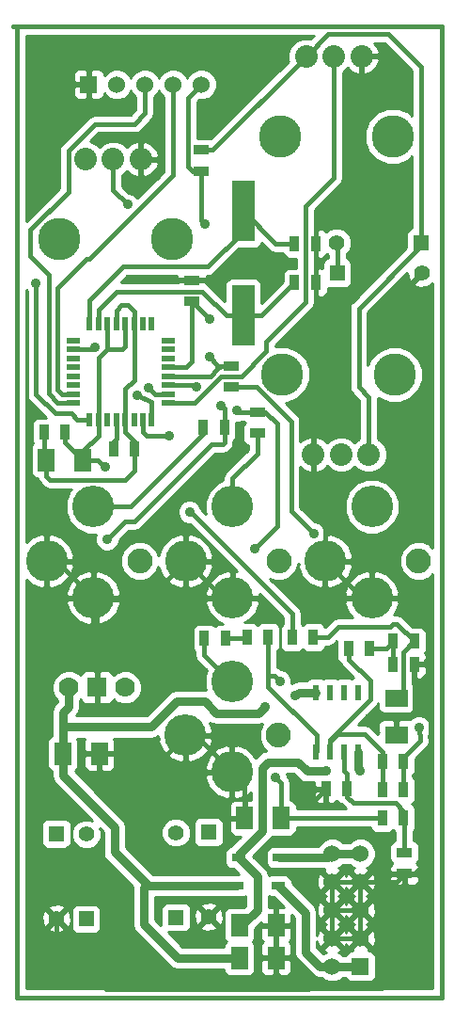
<source format=gtl>
G04 (created by PCBNEW-RS274X (2012-apr-16-27)-stable) date Thu 18 Jun 2015 14:37:37 CEST*
G01*
G70*
G90*
%MOIN*%
G04 Gerber Fmt 3.4, Leading zero omitted, Abs format*
%FSLAX34Y34*%
G04 APERTURE LIST*
%ADD10C,0.006000*%
%ADD11C,0.015000*%
%ADD12R,0.023600X0.055100*%
%ADD13R,0.060000X0.080000*%
%ADD14R,0.055000X0.035000*%
%ADD15R,0.035000X0.055000*%
%ADD16O,0.080000X0.080000*%
%ADD17C,0.150000*%
%ADD18R,0.078700X0.216500*%
%ADD19R,0.060000X0.060000*%
%ADD20C,0.060000*%
%ADD21C,0.070000*%
%ADD22R,0.070000X0.070000*%
%ADD23O,0.147600X0.147600*%
%ADD24O,0.088500X0.088500*%
%ADD25R,0.055000X0.055000*%
%ADD26C,0.055000*%
%ADD27R,0.022000X0.050000*%
%ADD28R,0.050000X0.022000*%
%ADD29R,0.080000X0.060000*%
%ADD30R,0.047200X0.027600*%
%ADD31C,0.035000*%
%ADD32C,0.031500*%
%ADD33C,0.015700*%
%ADD34C,0.010000*%
G04 APERTURE END LIST*
G54D10*
G54D11*
X49460Y-50960D02*
X49460Y-16580D01*
X64520Y-50960D02*
X49460Y-50960D01*
X64520Y-16560D02*
X64520Y-50960D01*
X49320Y-16560D02*
X64520Y-16560D01*
G54D12*
X60070Y-40150D03*
X60070Y-42250D03*
X60570Y-40150D03*
X61070Y-40150D03*
X61570Y-40150D03*
X60570Y-42250D03*
X61070Y-42250D03*
X61570Y-42250D03*
G54D13*
X57350Y-49560D03*
X58650Y-49560D03*
X58830Y-44600D03*
X57530Y-44600D03*
X51090Y-42320D03*
X52390Y-42320D03*
G54D14*
X57980Y-30975D03*
X57980Y-30225D03*
X56000Y-21695D03*
X56000Y-20945D03*
G54D15*
X61975Y-38600D03*
X61225Y-38600D03*
G54D14*
X63200Y-46575D03*
X63200Y-45825D03*
G54D15*
X63175Y-44600D03*
X62425Y-44600D03*
X62425Y-43600D03*
X63175Y-43600D03*
G54D14*
X57060Y-29335D03*
X57060Y-28585D03*
G54D15*
X56065Y-30780D03*
X56815Y-30780D03*
X59225Y-38200D03*
X59975Y-38200D03*
X58375Y-38200D03*
X57625Y-38200D03*
X63555Y-38340D03*
X62805Y-38340D03*
G54D14*
X55660Y-26315D03*
X55660Y-25565D03*
G54D15*
X56105Y-38240D03*
X56855Y-38240D03*
X62425Y-42600D03*
X63175Y-42600D03*
X60425Y-43580D03*
X61175Y-43580D03*
X62805Y-39160D03*
X63555Y-39160D03*
X51175Y-30940D03*
X50425Y-30940D03*
X59305Y-24260D03*
X60055Y-24260D03*
X59305Y-25640D03*
X60055Y-25640D03*
G54D16*
X59968Y-31727D03*
X60952Y-31727D03*
X61936Y-31727D03*
G54D17*
X58863Y-28900D03*
X62853Y-28900D03*
G54D16*
X53859Y-21267D03*
X52875Y-21267D03*
X51891Y-21267D03*
G54D17*
X54964Y-24094D03*
X50974Y-24094D03*
G54D16*
X61679Y-17627D03*
X60695Y-17627D03*
X59711Y-17627D03*
G54D17*
X62784Y-20454D03*
X58794Y-20454D03*
G54D18*
X57480Y-26810D03*
X57480Y-23110D03*
G54D19*
X61640Y-49860D03*
G54D20*
X60640Y-49860D03*
X61640Y-48860D03*
X60640Y-48860D03*
X61640Y-47860D03*
X60640Y-47860D03*
X61640Y-46860D03*
X60640Y-46860D03*
X61640Y-45860D03*
X60640Y-45860D03*
G54D19*
X52000Y-18620D03*
G54D20*
X53000Y-18620D03*
X54000Y-18620D03*
X55000Y-18620D03*
X56000Y-18620D03*
G54D21*
X51300Y-39980D03*
G54D22*
X52300Y-39980D03*
G54D21*
X53300Y-39980D03*
G54D23*
X50512Y-35500D03*
X52165Y-33571D03*
X52165Y-36799D03*
G54D24*
X53818Y-35500D03*
G54D23*
X55434Y-41680D03*
X57087Y-39751D03*
X57087Y-42979D03*
G54D24*
X58740Y-41680D03*
G54D23*
X60394Y-35500D03*
X62047Y-33571D03*
X62047Y-36799D03*
G54D24*
X63700Y-35500D03*
G54D23*
X55447Y-35500D03*
X57100Y-33571D03*
X57100Y-36799D03*
G54D24*
X58753Y-35500D03*
G54D25*
X50860Y-45160D03*
G54D26*
X50860Y-48160D03*
G54D25*
X51920Y-48180D03*
G54D26*
X51920Y-45180D03*
G54D25*
X60820Y-25300D03*
G54D26*
X63820Y-25300D03*
G54D25*
X63800Y-24220D03*
G54D26*
X60800Y-24220D03*
G54D27*
X54242Y-27110D03*
X53927Y-27110D03*
X53612Y-27110D03*
X53297Y-27110D03*
X52983Y-27110D03*
X52668Y-27110D03*
X52353Y-27110D03*
X52038Y-27110D03*
G54D28*
X51450Y-27698D03*
X51450Y-28013D03*
X51450Y-28328D03*
X51450Y-28643D03*
X51450Y-28957D03*
X51450Y-29272D03*
X51450Y-29587D03*
X51450Y-29902D03*
G54D27*
X52038Y-30490D03*
X52353Y-30490D03*
X52668Y-30490D03*
X52983Y-30490D03*
X53297Y-30490D03*
X53612Y-30490D03*
X53927Y-30490D03*
X54242Y-30490D03*
G54D28*
X54830Y-29902D03*
X54830Y-29587D03*
X54830Y-29272D03*
X54830Y-28957D03*
X54830Y-28643D03*
X54830Y-28328D03*
X54830Y-28013D03*
X54830Y-27698D03*
G54D29*
X62920Y-40350D03*
X62920Y-41650D03*
G54D13*
X58650Y-48400D03*
X57350Y-48400D03*
G54D25*
X56260Y-45100D03*
G54D26*
X56260Y-48100D03*
G54D25*
X55100Y-48120D03*
G54D26*
X55100Y-45120D03*
G54D30*
X58728Y-47000D03*
X57272Y-47000D03*
X57312Y-46000D03*
X58768Y-46000D03*
G54D15*
X52885Y-31540D03*
X53635Y-31540D03*
G54D13*
X51810Y-31920D03*
X50510Y-31920D03*
G54D31*
X58260Y-40680D03*
X59340Y-40280D03*
X58640Y-43180D03*
X52580Y-32180D03*
X60420Y-42940D03*
X61640Y-42940D03*
X54860Y-31060D03*
X53380Y-22880D03*
X53740Y-29620D03*
X57880Y-35080D03*
X57260Y-30180D03*
X54140Y-29360D03*
X55820Y-29320D03*
X56700Y-30000D03*
X52660Y-34740D03*
X56280Y-28280D03*
X59980Y-34540D03*
X55580Y-33760D03*
X52220Y-27940D03*
X56300Y-26940D03*
X56140Y-23560D03*
X50140Y-25660D03*
X54480Y-25520D03*
X59860Y-44140D03*
X58780Y-39760D03*
X63720Y-41400D03*
G54D32*
X55120Y-40480D02*
X56120Y-40480D01*
X51090Y-42320D02*
X51090Y-43090D01*
X55160Y-49560D02*
X53960Y-48360D01*
X51090Y-41380D02*
X54220Y-41380D01*
X57350Y-49560D02*
X55160Y-49560D01*
X51090Y-40870D02*
X51300Y-40660D01*
X51300Y-40660D02*
X51300Y-39980D01*
X51090Y-41380D02*
X51090Y-40870D01*
X51090Y-42320D02*
X51090Y-41380D01*
X51090Y-43090D02*
X52920Y-44920D01*
X52920Y-44920D02*
X52920Y-45800D01*
X52920Y-45800D02*
X54120Y-47000D01*
X54120Y-47000D02*
X57272Y-47000D01*
X56120Y-40480D02*
X56540Y-40900D01*
X56540Y-40900D02*
X58040Y-40900D01*
X58040Y-40900D02*
X58260Y-40680D01*
X59340Y-40280D02*
X59470Y-40150D01*
X59470Y-40150D02*
X60070Y-40150D01*
X53960Y-48360D02*
X53960Y-47080D01*
X54220Y-41380D02*
X55120Y-40480D01*
G54D33*
X56000Y-20945D02*
X56393Y-20945D01*
X56393Y-20945D02*
X59711Y-17627D01*
X53208Y-27992D02*
X53297Y-27903D01*
X51810Y-31920D02*
X51810Y-31610D01*
X51810Y-31610D02*
X52353Y-31067D01*
X58830Y-44600D02*
X62425Y-44600D01*
X63800Y-18000D02*
X62640Y-16840D01*
X62640Y-16840D02*
X60498Y-16840D01*
X60498Y-16840D02*
X59711Y-17627D01*
X63800Y-24220D02*
X63800Y-18000D01*
X51175Y-31285D02*
X51810Y-31920D01*
X58830Y-43370D02*
X58830Y-44600D01*
X58640Y-43180D02*
X58830Y-43370D01*
X53297Y-27903D02*
X53297Y-27110D01*
X52320Y-31920D02*
X52580Y-32180D01*
X51175Y-30940D02*
X51175Y-31285D01*
X61936Y-31727D02*
X61936Y-29696D01*
X63800Y-24340D02*
X63800Y-24220D01*
X61580Y-26560D02*
X63800Y-24340D01*
X61580Y-29340D02*
X61580Y-26560D01*
X52668Y-27992D02*
X53208Y-27992D01*
X51810Y-31920D02*
X52320Y-31920D01*
X52668Y-27992D02*
X52668Y-27110D01*
X52353Y-28307D02*
X52668Y-27992D01*
X52353Y-31067D02*
X52353Y-30490D01*
X61936Y-29696D02*
X61580Y-29340D01*
X52353Y-30490D02*
X52353Y-28307D01*
G54D32*
X61570Y-42870D02*
X61570Y-42250D01*
X57312Y-46000D02*
X57312Y-45908D01*
X58360Y-42620D02*
X59440Y-42620D01*
X59760Y-42940D02*
X60420Y-42940D01*
X61640Y-42940D02*
X61570Y-42870D01*
X57312Y-45908D02*
X58160Y-45060D01*
X57350Y-48400D02*
X57440Y-48400D01*
X57980Y-46668D02*
X57312Y-46000D01*
X57980Y-47860D02*
X57980Y-46668D01*
X57440Y-48400D02*
X57980Y-47860D01*
X58160Y-45060D02*
X58160Y-42820D01*
X59440Y-42620D02*
X59760Y-42940D01*
X58160Y-42820D02*
X58360Y-42620D01*
G54D33*
X53927Y-30490D02*
X53927Y-30927D01*
X53927Y-30927D02*
X54060Y-31060D01*
X54060Y-31060D02*
X54860Y-31060D01*
X52875Y-22375D02*
X53380Y-22880D01*
X52875Y-21267D02*
X52875Y-22375D01*
X54242Y-29862D02*
X54242Y-30490D01*
X53740Y-29620D02*
X54242Y-29862D01*
X59700Y-22940D02*
X59700Y-26340D01*
X57840Y-28560D02*
X57420Y-28980D01*
X60695Y-21945D02*
X59700Y-22940D01*
X57420Y-28980D02*
X56680Y-28980D01*
X58300Y-27740D02*
X58300Y-28060D01*
X58300Y-28060D02*
X57840Y-28520D01*
X55758Y-29902D02*
X54830Y-29902D01*
X60695Y-17627D02*
X60695Y-21945D01*
X56680Y-28980D02*
X55758Y-29902D01*
X57840Y-28520D02*
X57840Y-28560D01*
X59700Y-26340D02*
X58300Y-27740D01*
X54367Y-29587D02*
X54140Y-29360D01*
X54830Y-29587D02*
X54367Y-29587D01*
X57260Y-30180D02*
X57305Y-30225D01*
X57305Y-30225D02*
X57980Y-30225D01*
X58680Y-30640D02*
X58680Y-34280D01*
X57980Y-30225D02*
X58265Y-30225D01*
X58265Y-30225D02*
X58680Y-30640D01*
X58680Y-34280D02*
X57880Y-35080D01*
X52660Y-34740D02*
X53300Y-34100D01*
X56815Y-30115D02*
X56815Y-30780D01*
X56815Y-31305D02*
X56815Y-30780D01*
X56700Y-30000D02*
X56815Y-30115D01*
X54830Y-29272D02*
X55692Y-29272D01*
X56760Y-31360D02*
X56815Y-31305D01*
X56360Y-31360D02*
X56760Y-31360D01*
X55692Y-29272D02*
X55820Y-29320D01*
X53620Y-34100D02*
X56360Y-31360D01*
X53300Y-34100D02*
X53620Y-34100D01*
X56570Y-28710D02*
X56695Y-28585D01*
X56323Y-28957D02*
X56570Y-28710D01*
X56570Y-28570D02*
X56570Y-28710D01*
X60820Y-25300D02*
X60820Y-24240D01*
X60820Y-24240D02*
X60800Y-24220D01*
X54830Y-28957D02*
X56323Y-28957D01*
X56280Y-28280D02*
X56570Y-28570D01*
X56695Y-28585D02*
X57060Y-28585D01*
X57100Y-32580D02*
X57980Y-31700D01*
X57100Y-33571D02*
X57100Y-32580D01*
X57980Y-31700D02*
X57980Y-30975D01*
X56065Y-30995D02*
X56065Y-30780D01*
X53489Y-33571D02*
X56065Y-30995D01*
X52165Y-33571D02*
X53489Y-33571D01*
X57060Y-29335D02*
X57955Y-29335D01*
X59180Y-33740D02*
X59980Y-34540D01*
X59180Y-30560D02*
X59180Y-33740D01*
X57955Y-29335D02*
X59180Y-30560D01*
X50580Y-29580D02*
X50580Y-25360D01*
X52240Y-20020D02*
X53620Y-20020D01*
X50580Y-25360D02*
X49920Y-24700D01*
X50902Y-29902D02*
X50580Y-29580D01*
X49920Y-24700D02*
X49920Y-23780D01*
X51280Y-20980D02*
X52240Y-20020D01*
X53620Y-20020D02*
X54000Y-19640D01*
X51280Y-22420D02*
X51280Y-20980D01*
X54000Y-19640D02*
X54000Y-18620D01*
X49920Y-23780D02*
X51280Y-22420D01*
X51450Y-29902D02*
X50902Y-29902D01*
X52040Y-24800D02*
X55000Y-21840D01*
X51047Y-29587D02*
X50900Y-29440D01*
X55000Y-21840D02*
X55000Y-18620D01*
X51450Y-29587D02*
X51047Y-29587D01*
X51940Y-24800D02*
X52040Y-24800D01*
X50900Y-29440D02*
X50900Y-25840D01*
X50900Y-25840D02*
X51940Y-24800D01*
X57585Y-38240D02*
X57625Y-38200D01*
X56855Y-38240D02*
X57585Y-38240D01*
X59225Y-38200D02*
X59225Y-37365D01*
X52220Y-27940D02*
X52147Y-28013D01*
X52147Y-28013D02*
X51450Y-28013D01*
X59225Y-37365D02*
X55620Y-33760D01*
X55620Y-33760D02*
X55580Y-33760D01*
X55520Y-19100D02*
X56000Y-18620D01*
X56000Y-21695D02*
X55695Y-21695D01*
X56300Y-26940D02*
X55675Y-26315D01*
X55695Y-21695D02*
X55520Y-21520D01*
X55675Y-26315D02*
X55660Y-26315D01*
X56000Y-21695D02*
X56000Y-23420D01*
X56000Y-23420D02*
X56140Y-23560D01*
X55520Y-21520D02*
X55520Y-19100D01*
X55457Y-28643D02*
X55660Y-28440D01*
X55660Y-28440D02*
X55660Y-26315D01*
X54830Y-28643D02*
X55457Y-28643D01*
X50140Y-29600D02*
X50140Y-25660D01*
X51380Y-30280D02*
X50820Y-30280D01*
X52038Y-30490D02*
X51590Y-30490D01*
X51590Y-30490D02*
X51380Y-30280D01*
X50820Y-30280D02*
X50140Y-29600D01*
X58650Y-49560D02*
X58650Y-50110D01*
X54794Y-42320D02*
X55434Y-41680D01*
X52640Y-50660D02*
X59780Y-50660D01*
X54525Y-25565D02*
X54480Y-25520D01*
X52390Y-42320D02*
X54794Y-42320D01*
X59780Y-50640D02*
X62400Y-50640D01*
X62520Y-49740D02*
X61640Y-48860D01*
X59180Y-50640D02*
X59780Y-50640D01*
X62400Y-50640D02*
X62520Y-50520D01*
X50860Y-48880D02*
X52640Y-50660D01*
X59780Y-50660D02*
X59780Y-50640D01*
X50860Y-48160D02*
X50860Y-48880D01*
X55660Y-25565D02*
X54525Y-25565D01*
X59860Y-44140D02*
X60420Y-43580D01*
X58650Y-50110D02*
X59180Y-50640D01*
X61640Y-46860D02*
X62915Y-46860D01*
X64120Y-46000D02*
X64120Y-40680D01*
X61640Y-47860D02*
X61640Y-48860D01*
X61640Y-46860D02*
X61640Y-47860D01*
X62915Y-46860D02*
X63200Y-46575D01*
X60640Y-46860D02*
X61640Y-46860D01*
X63555Y-39160D02*
X63860Y-39160D01*
X64040Y-38980D02*
X64040Y-37700D01*
X62520Y-50520D02*
X62520Y-49740D01*
X60420Y-43580D02*
X60425Y-43580D01*
X57530Y-43422D02*
X55788Y-41680D01*
X63740Y-40300D02*
X63680Y-40240D01*
X52300Y-36934D02*
X52165Y-36799D01*
X64120Y-40680D02*
X63740Y-40300D01*
X63200Y-46575D02*
X63545Y-46575D01*
X63545Y-46575D02*
X64120Y-46000D01*
X55788Y-41680D02*
X55434Y-41680D01*
X57530Y-43422D02*
X57087Y-42979D01*
X61640Y-47860D02*
X60640Y-47860D01*
X62920Y-41650D02*
X62920Y-41120D01*
X63555Y-40220D02*
X63660Y-40220D01*
X57100Y-36799D02*
X56746Y-36799D01*
X56746Y-36799D02*
X55447Y-35500D01*
X57530Y-44600D02*
X57530Y-43422D01*
X54087Y-36860D02*
X55447Y-35500D01*
X50866Y-35500D02*
X52226Y-36860D01*
X50512Y-35500D02*
X50866Y-35500D01*
X52300Y-39980D02*
X52300Y-36934D01*
X63660Y-40220D02*
X63740Y-40300D01*
X58650Y-49560D02*
X58650Y-48400D01*
X52226Y-36860D02*
X54087Y-36860D01*
X60640Y-47860D02*
X61640Y-47860D01*
X63860Y-39160D02*
X64040Y-38980D01*
X61640Y-48860D02*
X60640Y-48860D01*
X60055Y-23185D02*
X61679Y-21561D01*
X60055Y-24260D02*
X60055Y-23185D01*
X61679Y-21561D02*
X61679Y-17627D01*
X60640Y-48860D02*
X60640Y-47860D01*
X60640Y-47860D02*
X60640Y-46860D01*
X60055Y-25640D02*
X60055Y-24260D01*
X61640Y-47860D02*
X60640Y-47860D01*
X60394Y-33314D02*
X59968Y-32888D01*
X64040Y-37700D02*
X63139Y-36799D01*
X61640Y-46860D02*
X61640Y-47860D01*
X59968Y-32888D02*
X59968Y-31727D01*
X60394Y-35500D02*
X60394Y-33314D01*
X61693Y-36799D02*
X60394Y-35500D01*
X62047Y-36799D02*
X61693Y-36799D01*
X62920Y-41120D02*
X63100Y-40940D01*
X63100Y-40940D02*
X63540Y-40940D01*
X63540Y-40940D02*
X63555Y-40925D01*
X63555Y-40925D02*
X63555Y-40220D01*
X63555Y-40220D02*
X63555Y-39160D01*
X63139Y-36799D02*
X62047Y-36799D01*
X63540Y-38340D02*
X63160Y-38720D01*
X60480Y-38200D02*
X60860Y-37820D01*
X63160Y-40110D02*
X62920Y-40350D01*
X59975Y-38200D02*
X60480Y-38200D01*
X62680Y-37820D02*
X62780Y-37720D01*
X60860Y-37820D02*
X62680Y-37820D01*
X62780Y-37720D02*
X62935Y-37720D01*
X63555Y-38340D02*
X63540Y-38340D01*
X63160Y-38720D02*
X63160Y-40110D01*
X62935Y-37720D02*
X63555Y-38340D01*
X63175Y-42600D02*
X63175Y-42465D01*
X58600Y-39580D02*
X58375Y-39580D01*
X58375Y-39580D02*
X58375Y-39955D01*
X58375Y-39955D02*
X60100Y-41680D01*
X63175Y-43600D02*
X63175Y-42600D01*
X60100Y-42220D02*
X60070Y-42250D01*
X63760Y-41880D02*
X63720Y-41400D01*
X60100Y-41680D02*
X60100Y-42220D01*
X58375Y-38200D02*
X58375Y-39580D01*
X63175Y-42465D02*
X63760Y-41880D01*
X58780Y-39760D02*
X58600Y-39580D01*
X60570Y-41940D02*
X60570Y-42250D01*
X60570Y-41910D02*
X60570Y-41940D01*
X60840Y-41640D02*
X60570Y-41910D01*
X61800Y-41640D02*
X60840Y-41640D01*
X62425Y-42265D02*
X61800Y-41640D01*
X62425Y-42600D02*
X62425Y-43600D01*
X62425Y-42600D02*
X62425Y-42265D01*
X60570Y-41830D02*
X61560Y-40840D01*
X61560Y-40820D02*
X61980Y-40400D01*
X61560Y-40840D02*
X61560Y-40820D01*
X61980Y-40400D02*
X61980Y-39740D01*
X61980Y-39740D02*
X61225Y-38985D01*
X60570Y-41940D02*
X60570Y-41830D01*
X61225Y-38985D02*
X61225Y-38600D01*
G54D32*
X60640Y-49860D02*
X61640Y-49860D01*
X58740Y-47000D02*
X59700Y-47960D01*
X58728Y-47000D02*
X58740Y-47000D01*
X59700Y-47960D02*
X59700Y-49360D01*
X60200Y-49860D02*
X60640Y-49860D01*
X59700Y-49360D02*
X60200Y-49860D01*
X58768Y-46000D02*
X60500Y-46000D01*
X60500Y-46000D02*
X60640Y-45860D01*
X60640Y-45860D02*
X61640Y-45860D01*
G54D33*
X59305Y-24260D02*
X58630Y-24260D01*
X52038Y-26282D02*
X53240Y-25080D01*
X53240Y-25080D02*
X56240Y-25080D01*
X56240Y-25080D02*
X57480Y-23840D01*
X57480Y-23840D02*
X57480Y-23110D01*
X52038Y-27110D02*
X52038Y-26282D01*
X58630Y-24260D02*
X57480Y-23110D01*
X56040Y-25960D02*
X56890Y-26810D01*
X53000Y-25960D02*
X56040Y-25960D01*
X57480Y-26810D02*
X58135Y-26810D01*
X52353Y-26607D02*
X53000Y-25960D01*
X58135Y-26810D02*
X59305Y-25640D01*
X56890Y-26810D02*
X57480Y-26810D01*
X52353Y-27110D02*
X52353Y-26607D01*
X57031Y-39751D02*
X56105Y-38825D01*
X57087Y-39751D02*
X57031Y-39751D01*
X56105Y-38825D02*
X56105Y-38240D01*
X63200Y-44625D02*
X63175Y-44600D01*
X63175Y-44600D02*
X63175Y-44355D01*
X61400Y-44080D02*
X61175Y-43855D01*
X63175Y-44355D02*
X62900Y-44080D01*
X63200Y-45825D02*
X63200Y-44625D01*
X61175Y-43580D02*
X61175Y-43035D01*
X62900Y-44080D02*
X61400Y-44080D01*
X61175Y-43855D02*
X61175Y-43580D01*
X61070Y-42930D02*
X61070Y-42250D01*
X61175Y-43035D02*
X61070Y-42930D01*
X61975Y-38600D02*
X62545Y-38600D01*
X62545Y-38600D02*
X62805Y-38340D01*
X62805Y-39160D02*
X62805Y-38340D01*
X52983Y-31157D02*
X52983Y-30490D01*
X52885Y-31255D02*
X52983Y-31157D01*
X52885Y-31540D02*
X52885Y-31255D01*
X53612Y-27110D02*
X53612Y-29088D01*
X53612Y-26652D02*
X53612Y-27110D01*
X53400Y-26440D02*
X53612Y-26652D01*
X50510Y-32510D02*
X50640Y-32640D01*
X53297Y-29403D02*
X53297Y-30490D01*
X52983Y-26617D02*
X53160Y-26440D01*
X53160Y-26440D02*
X53400Y-26440D01*
X53612Y-29088D02*
X53297Y-29403D01*
X52983Y-27110D02*
X52983Y-26617D01*
X50510Y-31920D02*
X50510Y-32510D01*
X50425Y-31835D02*
X50510Y-31920D01*
X53280Y-32640D02*
X53635Y-32285D01*
X53635Y-31540D02*
X53635Y-31275D01*
X53297Y-30937D02*
X53297Y-30490D01*
X50640Y-32640D02*
X53280Y-32640D01*
X50425Y-30940D02*
X50425Y-31835D01*
X53635Y-31275D02*
X53297Y-30937D01*
X53635Y-32285D02*
X53635Y-31540D01*
G54D10*
G36*
X54672Y-21704D02*
X54491Y-21884D01*
X54491Y-21418D01*
X54491Y-21116D01*
X54419Y-20922D01*
X54244Y-20734D01*
X54011Y-20627D01*
X53909Y-20673D01*
X53909Y-21217D01*
X54444Y-21217D01*
X54491Y-21116D01*
X54491Y-21418D01*
X54444Y-21317D01*
X53909Y-21317D01*
X53909Y-21861D01*
X54011Y-21907D01*
X54244Y-21800D01*
X54419Y-21612D01*
X54491Y-21418D01*
X54491Y-21884D01*
X53738Y-22637D01*
X53621Y-22520D01*
X53465Y-22455D01*
X53419Y-22455D01*
X53203Y-22239D01*
X53203Y-21826D01*
X53248Y-21808D01*
X53368Y-21687D01*
X53474Y-21800D01*
X53707Y-21907D01*
X53809Y-21861D01*
X53809Y-21367D01*
X53809Y-21317D01*
X53809Y-21217D01*
X53809Y-21167D01*
X53809Y-20673D01*
X53707Y-20627D01*
X53474Y-20734D01*
X53368Y-20846D01*
X53249Y-20727D01*
X53015Y-20629D01*
X52761Y-20629D01*
X52737Y-20629D01*
X52502Y-20726D01*
X52383Y-20845D01*
X52265Y-20727D01*
X52075Y-20647D01*
X52375Y-20348D01*
X53620Y-20348D01*
X53745Y-20323D01*
X53746Y-20323D01*
X53852Y-20252D01*
X54232Y-19872D01*
X54303Y-19766D01*
X54303Y-19765D01*
X54328Y-19640D01*
X54328Y-19068D01*
X54465Y-18931D01*
X54500Y-18846D01*
X54535Y-18931D01*
X54672Y-19068D01*
X54672Y-21704D01*
X54672Y-21704D01*
G37*
G54D34*
X54672Y-21704D02*
X54491Y-21884D01*
X54491Y-21418D01*
X54491Y-21116D01*
X54419Y-20922D01*
X54244Y-20734D01*
X54011Y-20627D01*
X53909Y-20673D01*
X53909Y-21217D01*
X54444Y-21217D01*
X54491Y-21116D01*
X54491Y-21418D01*
X54444Y-21317D01*
X53909Y-21317D01*
X53909Y-21861D01*
X54011Y-21907D01*
X54244Y-21800D01*
X54419Y-21612D01*
X54491Y-21418D01*
X54491Y-21884D01*
X53738Y-22637D01*
X53621Y-22520D01*
X53465Y-22455D01*
X53419Y-22455D01*
X53203Y-22239D01*
X53203Y-21826D01*
X53248Y-21808D01*
X53368Y-21687D01*
X53474Y-21800D01*
X53707Y-21907D01*
X53809Y-21861D01*
X53809Y-21367D01*
X53809Y-21317D01*
X53809Y-21217D01*
X53809Y-21167D01*
X53809Y-20673D01*
X53707Y-20627D01*
X53474Y-20734D01*
X53368Y-20846D01*
X53249Y-20727D01*
X53015Y-20629D01*
X52761Y-20629D01*
X52737Y-20629D01*
X52502Y-20726D01*
X52383Y-20845D01*
X52265Y-20727D01*
X52075Y-20647D01*
X52375Y-20348D01*
X53620Y-20348D01*
X53745Y-20323D01*
X53746Y-20323D01*
X53852Y-20252D01*
X54232Y-19872D01*
X54303Y-19766D01*
X54303Y-19765D01*
X54328Y-19640D01*
X54328Y-19068D01*
X54465Y-18931D01*
X54500Y-18846D01*
X54535Y-18931D01*
X54672Y-19068D01*
X54672Y-21704D01*
G54D10*
G36*
X57573Y-47691D02*
X57513Y-47751D01*
X57001Y-47751D01*
X56909Y-47789D01*
X56839Y-47859D01*
X56801Y-47950D01*
X56801Y-48049D01*
X56801Y-48849D01*
X56839Y-48941D01*
X56878Y-48980D01*
X56839Y-49019D01*
X56801Y-49110D01*
X56801Y-49153D01*
X56779Y-49153D01*
X56779Y-48174D01*
X56768Y-47970D01*
X56712Y-47833D01*
X56621Y-47810D01*
X56550Y-47881D01*
X56550Y-47739D01*
X56527Y-47648D01*
X56334Y-47581D01*
X56130Y-47592D01*
X55993Y-47648D01*
X55970Y-47739D01*
X56260Y-48029D01*
X56550Y-47739D01*
X56550Y-47881D01*
X56331Y-48100D01*
X56621Y-48390D01*
X56712Y-48367D01*
X56779Y-48174D01*
X56779Y-49153D01*
X56550Y-49153D01*
X56550Y-48461D01*
X56260Y-48171D01*
X56189Y-48242D01*
X56189Y-48100D01*
X55899Y-47810D01*
X55808Y-47833D01*
X55741Y-48026D01*
X55752Y-48230D01*
X55808Y-48367D01*
X55899Y-48390D01*
X56189Y-48100D01*
X56189Y-48242D01*
X55970Y-48461D01*
X55993Y-48552D01*
X56186Y-48619D01*
X56390Y-48608D01*
X56527Y-48552D01*
X56550Y-48461D01*
X56550Y-49153D01*
X55329Y-49153D01*
X54820Y-48644D01*
X54874Y-48644D01*
X55424Y-48644D01*
X55516Y-48606D01*
X55586Y-48536D01*
X55624Y-48445D01*
X55624Y-48346D01*
X55624Y-47796D01*
X55586Y-47704D01*
X55516Y-47634D01*
X55425Y-47596D01*
X55326Y-47596D01*
X54776Y-47596D01*
X54684Y-47634D01*
X54614Y-47704D01*
X54576Y-47795D01*
X54576Y-47894D01*
X54576Y-48400D01*
X54367Y-48191D01*
X54367Y-47407D01*
X57272Y-47407D01*
X57372Y-47387D01*
X57557Y-47387D01*
X57573Y-47380D01*
X57573Y-47691D01*
X57573Y-47691D01*
G37*
G54D34*
X57573Y-47691D02*
X57513Y-47751D01*
X57001Y-47751D01*
X56909Y-47789D01*
X56839Y-47859D01*
X56801Y-47950D01*
X56801Y-48049D01*
X56801Y-48849D01*
X56839Y-48941D01*
X56878Y-48980D01*
X56839Y-49019D01*
X56801Y-49110D01*
X56801Y-49153D01*
X56779Y-49153D01*
X56779Y-48174D01*
X56768Y-47970D01*
X56712Y-47833D01*
X56621Y-47810D01*
X56550Y-47881D01*
X56550Y-47739D01*
X56527Y-47648D01*
X56334Y-47581D01*
X56130Y-47592D01*
X55993Y-47648D01*
X55970Y-47739D01*
X56260Y-48029D01*
X56550Y-47739D01*
X56550Y-47881D01*
X56331Y-48100D01*
X56621Y-48390D01*
X56712Y-48367D01*
X56779Y-48174D01*
X56779Y-49153D01*
X56550Y-49153D01*
X56550Y-48461D01*
X56260Y-48171D01*
X56189Y-48242D01*
X56189Y-48100D01*
X55899Y-47810D01*
X55808Y-47833D01*
X55741Y-48026D01*
X55752Y-48230D01*
X55808Y-48367D01*
X55899Y-48390D01*
X56189Y-48100D01*
X56189Y-48242D01*
X55970Y-48461D01*
X55993Y-48552D01*
X56186Y-48619D01*
X56390Y-48608D01*
X56527Y-48552D01*
X56550Y-48461D01*
X56550Y-49153D01*
X55329Y-49153D01*
X54820Y-48644D01*
X54874Y-48644D01*
X55424Y-48644D01*
X55516Y-48606D01*
X55586Y-48536D01*
X55624Y-48445D01*
X55624Y-48346D01*
X55624Y-47796D01*
X55586Y-47704D01*
X55516Y-47634D01*
X55425Y-47596D01*
X55326Y-47596D01*
X54776Y-47596D01*
X54684Y-47634D01*
X54614Y-47704D01*
X54576Y-47795D01*
X54576Y-47894D01*
X54576Y-48400D01*
X54367Y-48191D01*
X54367Y-47407D01*
X57272Y-47407D01*
X57372Y-47387D01*
X57557Y-47387D01*
X57573Y-47380D01*
X57573Y-47691D01*
G54D10*
G36*
X58309Y-42222D02*
X58204Y-42244D01*
X58072Y-42332D01*
X58070Y-42334D01*
X57930Y-42473D01*
X57907Y-42418D01*
X57630Y-42147D01*
X57291Y-42013D01*
X57137Y-42055D01*
X57137Y-42879D01*
X57137Y-42929D01*
X57137Y-43029D01*
X57137Y-43079D01*
X57137Y-43903D01*
X57291Y-43945D01*
X57630Y-43811D01*
X57753Y-43690D01*
X57753Y-43950D01*
X57642Y-43950D01*
X57580Y-44012D01*
X57580Y-44500D01*
X57580Y-44550D01*
X57580Y-44650D01*
X57480Y-44650D01*
X57480Y-44550D01*
X57480Y-44012D01*
X57418Y-43950D01*
X57181Y-43951D01*
X57089Y-43989D01*
X57037Y-44041D01*
X57037Y-43903D01*
X57037Y-43029D01*
X57037Y-42929D01*
X57037Y-42055D01*
X56883Y-42013D01*
X56544Y-42147D01*
X56406Y-42282D01*
X56406Y-41885D01*
X56364Y-41730D01*
X55484Y-41730D01*
X55484Y-42604D01*
X55638Y-42646D01*
X55977Y-42512D01*
X56254Y-42241D01*
X56406Y-41885D01*
X56406Y-42282D01*
X56267Y-42418D01*
X56115Y-42774D01*
X56157Y-42929D01*
X57037Y-42929D01*
X57037Y-43029D01*
X56157Y-43029D01*
X56115Y-43184D01*
X56267Y-43540D01*
X56544Y-43811D01*
X56883Y-43945D01*
X57037Y-43903D01*
X57037Y-44041D01*
X57019Y-44059D01*
X56981Y-44150D01*
X56981Y-44249D01*
X56980Y-44488D01*
X57042Y-44550D01*
X57480Y-44550D01*
X57480Y-44650D01*
X57430Y-44650D01*
X57042Y-44650D01*
X56980Y-44712D01*
X56981Y-44951D01*
X56981Y-45050D01*
X57019Y-45141D01*
X57089Y-45211D01*
X57181Y-45249D01*
X57394Y-45249D01*
X57031Y-45613D01*
X57027Y-45613D01*
X56935Y-45651D01*
X56865Y-45721D01*
X56827Y-45812D01*
X56827Y-45911D01*
X56827Y-46187D01*
X56865Y-46279D01*
X56935Y-46349D01*
X57026Y-46387D01*
X57123Y-46387D01*
X57343Y-46607D01*
X57272Y-46593D01*
X56784Y-46593D01*
X56784Y-45425D01*
X56784Y-45326D01*
X56784Y-44776D01*
X56746Y-44684D01*
X56676Y-44614D01*
X56585Y-44576D01*
X56486Y-44576D01*
X55936Y-44576D01*
X55844Y-44614D01*
X55774Y-44684D01*
X55736Y-44775D01*
X55736Y-44874D01*
X55736Y-45424D01*
X55774Y-45516D01*
X55844Y-45586D01*
X55935Y-45624D01*
X56034Y-45624D01*
X56584Y-45624D01*
X56676Y-45586D01*
X56746Y-45516D01*
X56784Y-45425D01*
X56784Y-46593D01*
X55625Y-46593D01*
X55625Y-45225D01*
X55625Y-45016D01*
X55545Y-44823D01*
X55398Y-44675D01*
X55384Y-44669D01*
X55205Y-44595D01*
X54996Y-44595D01*
X54803Y-44675D01*
X54655Y-44822D01*
X54575Y-45015D01*
X54575Y-45224D01*
X54655Y-45417D01*
X54802Y-45565D01*
X54995Y-45645D01*
X55204Y-45645D01*
X55397Y-45565D01*
X55545Y-45418D01*
X55625Y-45225D01*
X55625Y-46593D01*
X54289Y-46593D01*
X53327Y-45631D01*
X53327Y-44920D01*
X53296Y-44764D01*
X53208Y-44632D01*
X52940Y-44364D01*
X52940Y-42432D01*
X52878Y-42370D01*
X52440Y-42370D01*
X52440Y-42908D01*
X52502Y-42970D01*
X52739Y-42969D01*
X52831Y-42931D01*
X52901Y-42861D01*
X52939Y-42770D01*
X52939Y-42671D01*
X52940Y-42432D01*
X52940Y-44364D01*
X52340Y-43764D01*
X52340Y-42908D01*
X52340Y-42370D01*
X51902Y-42370D01*
X51840Y-42432D01*
X51841Y-42671D01*
X51841Y-42770D01*
X51879Y-42861D01*
X51949Y-42931D01*
X52041Y-42969D01*
X52278Y-42970D01*
X52340Y-42908D01*
X52340Y-43764D01*
X51514Y-42938D01*
X51531Y-42931D01*
X51601Y-42861D01*
X51639Y-42770D01*
X51639Y-42671D01*
X51639Y-41871D01*
X51604Y-41787D01*
X51875Y-41787D01*
X51841Y-41870D01*
X51841Y-41969D01*
X51840Y-42208D01*
X51902Y-42270D01*
X52290Y-42270D01*
X52340Y-42270D01*
X52440Y-42270D01*
X52490Y-42270D01*
X52878Y-42270D01*
X52940Y-42208D01*
X52939Y-41969D01*
X52939Y-41870D01*
X52904Y-41787D01*
X54220Y-41787D01*
X54376Y-41756D01*
X54446Y-41709D01*
X54446Y-41780D01*
X54490Y-41780D01*
X54462Y-41885D01*
X54614Y-42241D01*
X54891Y-42512D01*
X55230Y-42646D01*
X55384Y-42604D01*
X55384Y-41780D01*
X55384Y-41730D01*
X55384Y-41630D01*
X55484Y-41630D01*
X55534Y-41630D01*
X56364Y-41630D01*
X56406Y-41475D01*
X56295Y-41217D01*
X56384Y-41276D01*
X56513Y-41301D01*
X56539Y-41307D01*
X56539Y-41306D01*
X56540Y-41307D01*
X58040Y-41307D01*
X58164Y-41282D01*
X58061Y-41531D01*
X58061Y-41801D01*
X58061Y-41827D01*
X58164Y-42077D01*
X58309Y-42222D01*
X58309Y-42222D01*
G37*
G54D34*
X58309Y-42222D02*
X58204Y-42244D01*
X58072Y-42332D01*
X58070Y-42334D01*
X57930Y-42473D01*
X57907Y-42418D01*
X57630Y-42147D01*
X57291Y-42013D01*
X57137Y-42055D01*
X57137Y-42879D01*
X57137Y-42929D01*
X57137Y-43029D01*
X57137Y-43079D01*
X57137Y-43903D01*
X57291Y-43945D01*
X57630Y-43811D01*
X57753Y-43690D01*
X57753Y-43950D01*
X57642Y-43950D01*
X57580Y-44012D01*
X57580Y-44500D01*
X57580Y-44550D01*
X57580Y-44650D01*
X57480Y-44650D01*
X57480Y-44550D01*
X57480Y-44012D01*
X57418Y-43950D01*
X57181Y-43951D01*
X57089Y-43989D01*
X57037Y-44041D01*
X57037Y-43903D01*
X57037Y-43029D01*
X57037Y-42929D01*
X57037Y-42055D01*
X56883Y-42013D01*
X56544Y-42147D01*
X56406Y-42282D01*
X56406Y-41885D01*
X56364Y-41730D01*
X55484Y-41730D01*
X55484Y-42604D01*
X55638Y-42646D01*
X55977Y-42512D01*
X56254Y-42241D01*
X56406Y-41885D01*
X56406Y-42282D01*
X56267Y-42418D01*
X56115Y-42774D01*
X56157Y-42929D01*
X57037Y-42929D01*
X57037Y-43029D01*
X56157Y-43029D01*
X56115Y-43184D01*
X56267Y-43540D01*
X56544Y-43811D01*
X56883Y-43945D01*
X57037Y-43903D01*
X57037Y-44041D01*
X57019Y-44059D01*
X56981Y-44150D01*
X56981Y-44249D01*
X56980Y-44488D01*
X57042Y-44550D01*
X57480Y-44550D01*
X57480Y-44650D01*
X57430Y-44650D01*
X57042Y-44650D01*
X56980Y-44712D01*
X56981Y-44951D01*
X56981Y-45050D01*
X57019Y-45141D01*
X57089Y-45211D01*
X57181Y-45249D01*
X57394Y-45249D01*
X57031Y-45613D01*
X57027Y-45613D01*
X56935Y-45651D01*
X56865Y-45721D01*
X56827Y-45812D01*
X56827Y-45911D01*
X56827Y-46187D01*
X56865Y-46279D01*
X56935Y-46349D01*
X57026Y-46387D01*
X57123Y-46387D01*
X57343Y-46607D01*
X57272Y-46593D01*
X56784Y-46593D01*
X56784Y-45425D01*
X56784Y-45326D01*
X56784Y-44776D01*
X56746Y-44684D01*
X56676Y-44614D01*
X56585Y-44576D01*
X56486Y-44576D01*
X55936Y-44576D01*
X55844Y-44614D01*
X55774Y-44684D01*
X55736Y-44775D01*
X55736Y-44874D01*
X55736Y-45424D01*
X55774Y-45516D01*
X55844Y-45586D01*
X55935Y-45624D01*
X56034Y-45624D01*
X56584Y-45624D01*
X56676Y-45586D01*
X56746Y-45516D01*
X56784Y-45425D01*
X56784Y-46593D01*
X55625Y-46593D01*
X55625Y-45225D01*
X55625Y-45016D01*
X55545Y-44823D01*
X55398Y-44675D01*
X55384Y-44669D01*
X55205Y-44595D01*
X54996Y-44595D01*
X54803Y-44675D01*
X54655Y-44822D01*
X54575Y-45015D01*
X54575Y-45224D01*
X54655Y-45417D01*
X54802Y-45565D01*
X54995Y-45645D01*
X55204Y-45645D01*
X55397Y-45565D01*
X55545Y-45418D01*
X55625Y-45225D01*
X55625Y-46593D01*
X54289Y-46593D01*
X53327Y-45631D01*
X53327Y-44920D01*
X53296Y-44764D01*
X53208Y-44632D01*
X52940Y-44364D01*
X52940Y-42432D01*
X52878Y-42370D01*
X52440Y-42370D01*
X52440Y-42908D01*
X52502Y-42970D01*
X52739Y-42969D01*
X52831Y-42931D01*
X52901Y-42861D01*
X52939Y-42770D01*
X52939Y-42671D01*
X52940Y-42432D01*
X52940Y-44364D01*
X52340Y-43764D01*
X52340Y-42908D01*
X52340Y-42370D01*
X51902Y-42370D01*
X51840Y-42432D01*
X51841Y-42671D01*
X51841Y-42770D01*
X51879Y-42861D01*
X51949Y-42931D01*
X52041Y-42969D01*
X52278Y-42970D01*
X52340Y-42908D01*
X52340Y-43764D01*
X51514Y-42938D01*
X51531Y-42931D01*
X51601Y-42861D01*
X51639Y-42770D01*
X51639Y-42671D01*
X51639Y-41871D01*
X51604Y-41787D01*
X51875Y-41787D01*
X51841Y-41870D01*
X51841Y-41969D01*
X51840Y-42208D01*
X51902Y-42270D01*
X52290Y-42270D01*
X52340Y-42270D01*
X52440Y-42270D01*
X52490Y-42270D01*
X52878Y-42270D01*
X52940Y-42208D01*
X52939Y-41969D01*
X52939Y-41870D01*
X52904Y-41787D01*
X54220Y-41787D01*
X54376Y-41756D01*
X54446Y-41709D01*
X54446Y-41780D01*
X54490Y-41780D01*
X54462Y-41885D01*
X54614Y-42241D01*
X54891Y-42512D01*
X55230Y-42646D01*
X55384Y-42604D01*
X55384Y-41780D01*
X55384Y-41730D01*
X55384Y-41630D01*
X55484Y-41630D01*
X55534Y-41630D01*
X56364Y-41630D01*
X56406Y-41475D01*
X56295Y-41217D01*
X56384Y-41276D01*
X56513Y-41301D01*
X56539Y-41307D01*
X56539Y-41306D01*
X56540Y-41307D01*
X58040Y-41307D01*
X58164Y-41282D01*
X58061Y-41531D01*
X58061Y-41801D01*
X58061Y-41827D01*
X58164Y-42077D01*
X58309Y-42222D01*
G54D10*
G36*
X59372Y-25116D02*
X59081Y-25116D01*
X58989Y-25154D01*
X58919Y-25224D01*
X58881Y-25315D01*
X58881Y-25414D01*
X58881Y-25600D01*
X58122Y-26359D01*
X58122Y-25679D01*
X58084Y-25587D01*
X58014Y-25517D01*
X57923Y-25479D01*
X57824Y-25479D01*
X57038Y-25479D01*
X56946Y-25517D01*
X56876Y-25587D01*
X56838Y-25678D01*
X56838Y-25777D01*
X56838Y-26294D01*
X56272Y-25728D01*
X56166Y-25657D01*
X56164Y-25656D01*
X56123Y-25615D01*
X55760Y-25615D01*
X55710Y-25615D01*
X55610Y-25615D01*
X55560Y-25615D01*
X55197Y-25615D01*
X55180Y-25632D01*
X53152Y-25632D01*
X53376Y-25408D01*
X55135Y-25408D01*
X55135Y-25453D01*
X55197Y-25515D01*
X55560Y-25515D01*
X55610Y-25515D01*
X55710Y-25515D01*
X55760Y-25515D01*
X56123Y-25515D01*
X56185Y-25453D01*
X56184Y-25408D01*
X56240Y-25408D01*
X56365Y-25383D01*
X56366Y-25383D01*
X56472Y-25312D01*
X57342Y-24441D01*
X57922Y-24441D01*
X58014Y-24403D01*
X58084Y-24333D01*
X58122Y-24242D01*
X58122Y-24216D01*
X58398Y-24492D01*
X58504Y-24563D01*
X58505Y-24563D01*
X58630Y-24588D01*
X58882Y-24588D01*
X58919Y-24676D01*
X58989Y-24746D01*
X59080Y-24784D01*
X59179Y-24784D01*
X59372Y-24784D01*
X59372Y-25116D01*
X59372Y-25116D01*
G37*
G54D34*
X59372Y-25116D02*
X59081Y-25116D01*
X58989Y-25154D01*
X58919Y-25224D01*
X58881Y-25315D01*
X58881Y-25414D01*
X58881Y-25600D01*
X58122Y-26359D01*
X58122Y-25679D01*
X58084Y-25587D01*
X58014Y-25517D01*
X57923Y-25479D01*
X57824Y-25479D01*
X57038Y-25479D01*
X56946Y-25517D01*
X56876Y-25587D01*
X56838Y-25678D01*
X56838Y-25777D01*
X56838Y-26294D01*
X56272Y-25728D01*
X56166Y-25657D01*
X56164Y-25656D01*
X56123Y-25615D01*
X55760Y-25615D01*
X55710Y-25615D01*
X55610Y-25615D01*
X55560Y-25615D01*
X55197Y-25615D01*
X55180Y-25632D01*
X53152Y-25632D01*
X53376Y-25408D01*
X55135Y-25408D01*
X55135Y-25453D01*
X55197Y-25515D01*
X55560Y-25515D01*
X55610Y-25515D01*
X55710Y-25515D01*
X55760Y-25515D01*
X56123Y-25515D01*
X56185Y-25453D01*
X56184Y-25408D01*
X56240Y-25408D01*
X56365Y-25383D01*
X56366Y-25383D01*
X56472Y-25312D01*
X57342Y-24441D01*
X57922Y-24441D01*
X58014Y-24403D01*
X58084Y-24333D01*
X58122Y-24242D01*
X58122Y-24216D01*
X58398Y-24492D01*
X58504Y-24563D01*
X58505Y-24563D01*
X58630Y-24588D01*
X58882Y-24588D01*
X58919Y-24676D01*
X58989Y-24746D01*
X59080Y-24784D01*
X59179Y-24784D01*
X59372Y-24784D01*
X59372Y-25116D01*
G54D10*
G36*
X59989Y-16885D02*
X59874Y-16999D01*
X59851Y-16989D01*
X59597Y-16989D01*
X59573Y-16989D01*
X59338Y-17086D01*
X59159Y-17265D01*
X59061Y-17499D01*
X59061Y-17753D01*
X59078Y-17795D01*
X56344Y-20529D01*
X56325Y-20521D01*
X56226Y-20521D01*
X55848Y-20521D01*
X55848Y-19236D01*
X55915Y-19169D01*
X56109Y-19169D01*
X56311Y-19085D01*
X56465Y-18931D01*
X56549Y-18729D01*
X56549Y-18511D01*
X56465Y-18309D01*
X56311Y-18155D01*
X56109Y-18071D01*
X55891Y-18071D01*
X55689Y-18155D01*
X55535Y-18309D01*
X55500Y-18393D01*
X55465Y-18309D01*
X55311Y-18155D01*
X55109Y-18071D01*
X54891Y-18071D01*
X54689Y-18155D01*
X54535Y-18309D01*
X54500Y-18393D01*
X54465Y-18309D01*
X54311Y-18155D01*
X54109Y-18071D01*
X53891Y-18071D01*
X53689Y-18155D01*
X53535Y-18309D01*
X53500Y-18393D01*
X53465Y-18309D01*
X53311Y-18155D01*
X53109Y-18071D01*
X52891Y-18071D01*
X52689Y-18155D01*
X52549Y-18295D01*
X52549Y-18270D01*
X52511Y-18179D01*
X52441Y-18109D01*
X52349Y-18071D01*
X52112Y-18070D01*
X52050Y-18132D01*
X52050Y-18520D01*
X52050Y-18570D01*
X52050Y-18670D01*
X52050Y-18720D01*
X52050Y-19108D01*
X52112Y-19170D01*
X52349Y-19169D01*
X52441Y-19131D01*
X52511Y-19061D01*
X52549Y-18970D01*
X52549Y-18945D01*
X52689Y-19085D01*
X52891Y-19169D01*
X53109Y-19169D01*
X53311Y-19085D01*
X53465Y-18931D01*
X53500Y-18846D01*
X53535Y-18931D01*
X53672Y-19068D01*
X53672Y-19504D01*
X53484Y-19692D01*
X52240Y-19692D01*
X52114Y-19717D01*
X52008Y-19788D01*
X52005Y-19791D01*
X51950Y-19846D01*
X51950Y-19108D01*
X51950Y-18670D01*
X51950Y-18570D01*
X51950Y-18132D01*
X51888Y-18070D01*
X51651Y-18071D01*
X51559Y-18109D01*
X51489Y-18179D01*
X51451Y-18270D01*
X51451Y-18369D01*
X51450Y-18508D01*
X51512Y-18570D01*
X51950Y-18570D01*
X51950Y-18670D01*
X51512Y-18670D01*
X51450Y-18732D01*
X51451Y-18871D01*
X51451Y-18970D01*
X51489Y-19061D01*
X51559Y-19131D01*
X51651Y-19169D01*
X51888Y-19170D01*
X51950Y-19108D01*
X51950Y-19846D01*
X51048Y-20748D01*
X50977Y-20854D01*
X50952Y-20980D01*
X50952Y-22284D01*
X49785Y-23451D01*
X49785Y-16885D01*
X59989Y-16885D01*
X59989Y-16885D01*
G37*
G54D34*
X59989Y-16885D02*
X59874Y-16999D01*
X59851Y-16989D01*
X59597Y-16989D01*
X59573Y-16989D01*
X59338Y-17086D01*
X59159Y-17265D01*
X59061Y-17499D01*
X59061Y-17753D01*
X59078Y-17795D01*
X56344Y-20529D01*
X56325Y-20521D01*
X56226Y-20521D01*
X55848Y-20521D01*
X55848Y-19236D01*
X55915Y-19169D01*
X56109Y-19169D01*
X56311Y-19085D01*
X56465Y-18931D01*
X56549Y-18729D01*
X56549Y-18511D01*
X56465Y-18309D01*
X56311Y-18155D01*
X56109Y-18071D01*
X55891Y-18071D01*
X55689Y-18155D01*
X55535Y-18309D01*
X55500Y-18393D01*
X55465Y-18309D01*
X55311Y-18155D01*
X55109Y-18071D01*
X54891Y-18071D01*
X54689Y-18155D01*
X54535Y-18309D01*
X54500Y-18393D01*
X54465Y-18309D01*
X54311Y-18155D01*
X54109Y-18071D01*
X53891Y-18071D01*
X53689Y-18155D01*
X53535Y-18309D01*
X53500Y-18393D01*
X53465Y-18309D01*
X53311Y-18155D01*
X53109Y-18071D01*
X52891Y-18071D01*
X52689Y-18155D01*
X52549Y-18295D01*
X52549Y-18270D01*
X52511Y-18179D01*
X52441Y-18109D01*
X52349Y-18071D01*
X52112Y-18070D01*
X52050Y-18132D01*
X52050Y-18520D01*
X52050Y-18570D01*
X52050Y-18670D01*
X52050Y-18720D01*
X52050Y-19108D01*
X52112Y-19170D01*
X52349Y-19169D01*
X52441Y-19131D01*
X52511Y-19061D01*
X52549Y-18970D01*
X52549Y-18945D01*
X52689Y-19085D01*
X52891Y-19169D01*
X53109Y-19169D01*
X53311Y-19085D01*
X53465Y-18931D01*
X53500Y-18846D01*
X53535Y-18931D01*
X53672Y-19068D01*
X53672Y-19504D01*
X53484Y-19692D01*
X52240Y-19692D01*
X52114Y-19717D01*
X52008Y-19788D01*
X52005Y-19791D01*
X51950Y-19846D01*
X51950Y-19108D01*
X51950Y-18670D01*
X51950Y-18570D01*
X51950Y-18132D01*
X51888Y-18070D01*
X51651Y-18071D01*
X51559Y-18109D01*
X51489Y-18179D01*
X51451Y-18270D01*
X51451Y-18369D01*
X51450Y-18508D01*
X51512Y-18570D01*
X51950Y-18570D01*
X51950Y-18670D01*
X51512Y-18670D01*
X51450Y-18732D01*
X51451Y-18871D01*
X51451Y-18970D01*
X51489Y-19061D01*
X51559Y-19131D01*
X51651Y-19169D01*
X51888Y-19170D01*
X51950Y-19108D01*
X51950Y-19846D01*
X51048Y-20748D01*
X50977Y-20854D01*
X50952Y-20980D01*
X50952Y-22284D01*
X49785Y-23451D01*
X49785Y-16885D01*
X59989Y-16885D01*
G54D10*
G36*
X61128Y-44272D02*
X60375Y-44272D01*
X60375Y-44043D01*
X60375Y-43630D01*
X60062Y-43630D01*
X60000Y-43692D01*
X60001Y-43806D01*
X60001Y-43905D01*
X60039Y-43996D01*
X60109Y-44066D01*
X60201Y-44104D01*
X60313Y-44105D01*
X60375Y-44043D01*
X60375Y-44272D01*
X59379Y-44272D01*
X59379Y-44151D01*
X59341Y-44059D01*
X59271Y-43989D01*
X59180Y-43951D01*
X59158Y-43951D01*
X59158Y-43370D01*
X59133Y-43244D01*
X59065Y-43143D01*
X59065Y-43142D01*
X59065Y-43096D01*
X59036Y-43027D01*
X59271Y-43027D01*
X59470Y-43225D01*
X59472Y-43228D01*
X59604Y-43316D01*
X59760Y-43347D01*
X60001Y-43347D01*
X60001Y-43354D01*
X60000Y-43468D01*
X60062Y-43530D01*
X60325Y-43530D01*
X60375Y-43530D01*
X60475Y-43530D01*
X60475Y-43630D01*
X60475Y-43680D01*
X60475Y-44043D01*
X60537Y-44105D01*
X60649Y-44104D01*
X60741Y-44066D01*
X60800Y-44007D01*
X60859Y-44066D01*
X60950Y-44104D01*
X60960Y-44104D01*
X61128Y-44272D01*
X61128Y-44272D01*
G37*
G54D34*
X61128Y-44272D02*
X60375Y-44272D01*
X60375Y-44043D01*
X60375Y-43630D01*
X60062Y-43630D01*
X60000Y-43692D01*
X60001Y-43806D01*
X60001Y-43905D01*
X60039Y-43996D01*
X60109Y-44066D01*
X60201Y-44104D01*
X60313Y-44105D01*
X60375Y-44043D01*
X60375Y-44272D01*
X59379Y-44272D01*
X59379Y-44151D01*
X59341Y-44059D01*
X59271Y-43989D01*
X59180Y-43951D01*
X59158Y-43951D01*
X59158Y-43370D01*
X59133Y-43244D01*
X59065Y-43143D01*
X59065Y-43142D01*
X59065Y-43096D01*
X59036Y-43027D01*
X59271Y-43027D01*
X59470Y-43225D01*
X59472Y-43228D01*
X59604Y-43316D01*
X59760Y-43347D01*
X60001Y-43347D01*
X60001Y-43354D01*
X60000Y-43468D01*
X60062Y-43530D01*
X60325Y-43530D01*
X60375Y-43530D01*
X60475Y-43530D01*
X60475Y-43630D01*
X60475Y-43680D01*
X60475Y-44043D01*
X60537Y-44105D01*
X60649Y-44104D01*
X60741Y-44066D01*
X60800Y-44007D01*
X60859Y-44066D01*
X60950Y-44104D01*
X60960Y-44104D01*
X61128Y-44272D01*
G54D10*
G36*
X64195Y-50635D02*
X63725Y-50635D01*
X63725Y-46687D01*
X63663Y-46625D01*
X63250Y-46625D01*
X63250Y-46938D01*
X63312Y-47000D01*
X63426Y-46999D01*
X63525Y-46999D01*
X63616Y-46961D01*
X63686Y-46891D01*
X63724Y-46799D01*
X63725Y-46687D01*
X63725Y-50635D01*
X63150Y-50635D01*
X63150Y-46938D01*
X63150Y-46625D01*
X62737Y-46625D01*
X62675Y-46687D01*
X62676Y-46799D01*
X62714Y-46891D01*
X62784Y-46961D01*
X62875Y-46999D01*
X62974Y-46999D01*
X63088Y-47000D01*
X63150Y-46938D01*
X63150Y-50635D01*
X59200Y-50635D01*
X59200Y-49672D01*
X59200Y-49448D01*
X59199Y-49209D01*
X59199Y-49110D01*
X59161Y-49019D01*
X59122Y-48980D01*
X59161Y-48941D01*
X59199Y-48850D01*
X59199Y-48751D01*
X59200Y-48512D01*
X59138Y-48450D01*
X58700Y-48450D01*
X58700Y-48972D01*
X58700Y-48988D01*
X58700Y-49510D01*
X59138Y-49510D01*
X59200Y-49448D01*
X59200Y-49672D01*
X59138Y-49610D01*
X58700Y-49610D01*
X58700Y-50148D01*
X58762Y-50210D01*
X58999Y-50209D01*
X59091Y-50171D01*
X59161Y-50101D01*
X59199Y-50010D01*
X59199Y-49911D01*
X59200Y-49672D01*
X59200Y-50635D01*
X58600Y-50635D01*
X58600Y-50148D01*
X58600Y-49610D01*
X58600Y-49510D01*
X58600Y-48988D01*
X58600Y-48972D01*
X58600Y-48450D01*
X58162Y-48450D01*
X58100Y-48512D01*
X58101Y-48751D01*
X58101Y-48850D01*
X58139Y-48941D01*
X58178Y-48980D01*
X58139Y-49019D01*
X58101Y-49110D01*
X58101Y-49209D01*
X58100Y-49448D01*
X58162Y-49510D01*
X58600Y-49510D01*
X58600Y-49610D01*
X58162Y-49610D01*
X58100Y-49672D01*
X58101Y-49911D01*
X58101Y-50010D01*
X58139Y-50101D01*
X58209Y-50171D01*
X58301Y-50209D01*
X58538Y-50210D01*
X58600Y-50148D01*
X58600Y-50635D01*
X52444Y-50635D01*
X52444Y-48505D01*
X52444Y-48406D01*
X52444Y-47856D01*
X52406Y-47764D01*
X52336Y-47694D01*
X52245Y-47656D01*
X52146Y-47656D01*
X51596Y-47656D01*
X51504Y-47694D01*
X51434Y-47764D01*
X51396Y-47855D01*
X51396Y-47954D01*
X51396Y-48504D01*
X51434Y-48596D01*
X51504Y-48666D01*
X51595Y-48704D01*
X51694Y-48704D01*
X52244Y-48704D01*
X52336Y-48666D01*
X52406Y-48596D01*
X52444Y-48505D01*
X52444Y-50635D01*
X51384Y-50635D01*
X51384Y-45485D01*
X51384Y-45386D01*
X51384Y-44836D01*
X51346Y-44744D01*
X51276Y-44674D01*
X51185Y-44636D01*
X51086Y-44636D01*
X50536Y-44636D01*
X50444Y-44674D01*
X50374Y-44744D01*
X50336Y-44835D01*
X50336Y-44934D01*
X50336Y-45484D01*
X50374Y-45576D01*
X50444Y-45646D01*
X50535Y-45684D01*
X50634Y-45684D01*
X51184Y-45684D01*
X51276Y-45646D01*
X51346Y-45576D01*
X51384Y-45485D01*
X51384Y-50635D01*
X51379Y-50635D01*
X51379Y-48234D01*
X51368Y-48030D01*
X51312Y-47893D01*
X51221Y-47870D01*
X51150Y-47941D01*
X51150Y-47799D01*
X51127Y-47708D01*
X50934Y-47641D01*
X50730Y-47652D01*
X50593Y-47708D01*
X50570Y-47799D01*
X50860Y-48089D01*
X51150Y-47799D01*
X51150Y-47941D01*
X50931Y-48160D01*
X51221Y-48450D01*
X51312Y-48427D01*
X51379Y-48234D01*
X51379Y-50635D01*
X51150Y-50635D01*
X51150Y-48521D01*
X50860Y-48231D01*
X50789Y-48302D01*
X50789Y-48160D01*
X50499Y-47870D01*
X50408Y-47893D01*
X50341Y-48086D01*
X50352Y-48290D01*
X50408Y-48427D01*
X50499Y-48450D01*
X50789Y-48160D01*
X50789Y-48302D01*
X50570Y-48521D01*
X50593Y-48612D01*
X50786Y-48679D01*
X50990Y-48668D01*
X51127Y-48612D01*
X51150Y-48521D01*
X51150Y-50635D01*
X49785Y-50635D01*
X49785Y-36151D01*
X49969Y-36332D01*
X50308Y-36466D01*
X50462Y-36424D01*
X50462Y-35600D01*
X50462Y-35550D01*
X50462Y-35450D01*
X50462Y-35400D01*
X50462Y-34576D01*
X50308Y-34534D01*
X49969Y-34668D01*
X49785Y-34848D01*
X49785Y-25906D01*
X49812Y-25933D01*
X49812Y-29600D01*
X49837Y-29726D01*
X49908Y-29832D01*
X50492Y-30416D01*
X50201Y-30416D01*
X50109Y-30454D01*
X50039Y-30524D01*
X50001Y-30615D01*
X50001Y-30714D01*
X50001Y-31264D01*
X50034Y-31343D01*
X49999Y-31379D01*
X49961Y-31470D01*
X49961Y-31569D01*
X49961Y-32369D01*
X49999Y-32461D01*
X50069Y-32531D01*
X50160Y-32569D01*
X50193Y-32569D01*
X50207Y-32636D01*
X50278Y-32742D01*
X50407Y-32871D01*
X50408Y-32872D01*
X50514Y-32943D01*
X50639Y-32967D01*
X50640Y-32968D01*
X51379Y-32968D01*
X51344Y-33003D01*
X51196Y-33359D01*
X51196Y-33744D01*
X51196Y-33782D01*
X51343Y-34138D01*
X51616Y-34411D01*
X51972Y-34559D01*
X52275Y-34559D01*
X52235Y-34655D01*
X52235Y-34824D01*
X52299Y-34980D01*
X52419Y-35100D01*
X52575Y-35165D01*
X52744Y-35165D01*
X52900Y-35101D01*
X53020Y-34981D01*
X53085Y-34825D01*
X53085Y-34779D01*
X53436Y-34428D01*
X53620Y-34428D01*
X53745Y-34403D01*
X53746Y-34403D01*
X53852Y-34332D01*
X56496Y-31688D01*
X56760Y-31688D01*
X56885Y-31663D01*
X56886Y-31663D01*
X56992Y-31592D01*
X57044Y-31538D01*
X57046Y-31537D01*
X57047Y-31537D01*
X57118Y-31431D01*
X57143Y-31306D01*
X57142Y-31305D01*
X57143Y-31305D01*
X57143Y-31254D01*
X57201Y-31196D01*
X57239Y-31105D01*
X57239Y-31006D01*
X57239Y-30605D01*
X57344Y-30605D01*
X57470Y-30553D01*
X57506Y-30553D01*
X57553Y-30600D01*
X57494Y-30659D01*
X57456Y-30750D01*
X57456Y-30849D01*
X57456Y-31199D01*
X57494Y-31291D01*
X57564Y-31361D01*
X57652Y-31397D01*
X57652Y-31564D01*
X56868Y-32348D01*
X56797Y-32454D01*
X56772Y-32580D01*
X56772Y-32639D01*
X56552Y-32730D01*
X56279Y-33003D01*
X56131Y-33359D01*
X56131Y-33744D01*
X56131Y-33782D01*
X56148Y-33824D01*
X56005Y-33681D01*
X56005Y-33676D01*
X55941Y-33520D01*
X55821Y-33400D01*
X55665Y-33335D01*
X55496Y-33335D01*
X55340Y-33399D01*
X55220Y-33519D01*
X55155Y-33675D01*
X55155Y-33844D01*
X55219Y-34000D01*
X55339Y-34120D01*
X55495Y-34185D01*
X55581Y-34185D01*
X57245Y-35849D01*
X57150Y-35875D01*
X57150Y-36749D01*
X58030Y-36749D01*
X58054Y-36658D01*
X58897Y-37501D01*
X58897Y-37726D01*
X58839Y-37784D01*
X58801Y-37875D01*
X58801Y-37974D01*
X58801Y-38524D01*
X58839Y-38616D01*
X58909Y-38686D01*
X59000Y-38724D01*
X59099Y-38724D01*
X59449Y-38724D01*
X59541Y-38686D01*
X59600Y-38627D01*
X59659Y-38686D01*
X59750Y-38724D01*
X59849Y-38724D01*
X60199Y-38724D01*
X60291Y-38686D01*
X60361Y-38616D01*
X60397Y-38528D01*
X60480Y-38528D01*
X60605Y-38503D01*
X60606Y-38503D01*
X60712Y-38432D01*
X60801Y-38343D01*
X60801Y-38374D01*
X60801Y-38924D01*
X60839Y-39016D01*
X60909Y-39086D01*
X60917Y-39089D01*
X60922Y-39111D01*
X60993Y-39217D01*
X61402Y-39626D01*
X61320Y-39660D01*
X61238Y-39626D01*
X61139Y-39626D01*
X60903Y-39626D01*
X60820Y-39660D01*
X60738Y-39626D01*
X60639Y-39626D01*
X60403Y-39626D01*
X60320Y-39660D01*
X60238Y-39626D01*
X60139Y-39626D01*
X59903Y-39626D01*
X59811Y-39664D01*
X59741Y-39734D01*
X59737Y-39743D01*
X59470Y-39743D01*
X59469Y-39743D01*
X59314Y-39774D01*
X59205Y-39845D01*
X59205Y-39676D01*
X59141Y-39520D01*
X59021Y-39400D01*
X58865Y-39335D01*
X58812Y-39335D01*
X58726Y-39277D01*
X58703Y-39272D01*
X58703Y-38674D01*
X58761Y-38616D01*
X58799Y-38525D01*
X58799Y-38426D01*
X58799Y-37876D01*
X58761Y-37784D01*
X58691Y-37714D01*
X58600Y-37676D01*
X58501Y-37676D01*
X58151Y-37676D01*
X58059Y-37714D01*
X58000Y-37773D01*
X57941Y-37714D01*
X57850Y-37676D01*
X57751Y-37676D01*
X57529Y-37676D01*
X57643Y-37631D01*
X57920Y-37360D01*
X58072Y-37004D01*
X58030Y-36849D01*
X57200Y-36849D01*
X57150Y-36849D01*
X57050Y-36849D01*
X57050Y-36749D01*
X57050Y-35875D01*
X56896Y-35833D01*
X56557Y-35967D01*
X56419Y-36102D01*
X56419Y-35705D01*
X56419Y-35295D01*
X56267Y-34939D01*
X55990Y-34668D01*
X55651Y-34534D01*
X55497Y-34576D01*
X55497Y-35450D01*
X56377Y-35450D01*
X56419Y-35295D01*
X56419Y-35705D01*
X56377Y-35550D01*
X55497Y-35550D01*
X55497Y-36424D01*
X55651Y-36466D01*
X55990Y-36332D01*
X56267Y-36061D01*
X56419Y-35705D01*
X56419Y-36102D01*
X56280Y-36238D01*
X56128Y-36594D01*
X56170Y-36749D01*
X57050Y-36749D01*
X57050Y-36849D01*
X57000Y-36849D01*
X56170Y-36849D01*
X56128Y-37004D01*
X56280Y-37360D01*
X56557Y-37631D01*
X56772Y-37716D01*
X56631Y-37716D01*
X56539Y-37754D01*
X56480Y-37813D01*
X56421Y-37754D01*
X56330Y-37716D01*
X56231Y-37716D01*
X55881Y-37716D01*
X55789Y-37754D01*
X55719Y-37824D01*
X55681Y-37915D01*
X55681Y-38014D01*
X55681Y-38564D01*
X55719Y-38656D01*
X55777Y-38714D01*
X55777Y-38825D01*
X55802Y-38951D01*
X55873Y-39057D01*
X56187Y-39371D01*
X56118Y-39539D01*
X56118Y-39924D01*
X56118Y-39962D01*
X56167Y-40082D01*
X56120Y-40073D01*
X55397Y-40073D01*
X55397Y-36424D01*
X55397Y-35600D01*
X55397Y-35550D01*
X55397Y-35450D01*
X55397Y-35400D01*
X55397Y-34576D01*
X55243Y-34534D01*
X54904Y-34668D01*
X54627Y-34939D01*
X54475Y-35295D01*
X54478Y-35308D01*
X54394Y-35103D01*
X54203Y-34912D01*
X53954Y-34808D01*
X53684Y-34808D01*
X53434Y-34911D01*
X53243Y-35102D01*
X53139Y-35351D01*
X53139Y-35621D01*
X53139Y-35647D01*
X53242Y-35897D01*
X53433Y-36088D01*
X53682Y-36192D01*
X53952Y-36192D01*
X54202Y-36089D01*
X54393Y-35898D01*
X54477Y-35695D01*
X54475Y-35705D01*
X54627Y-36061D01*
X54904Y-36332D01*
X55243Y-36466D01*
X55397Y-36424D01*
X55397Y-40073D01*
X55120Y-40073D01*
X55119Y-40073D01*
X54964Y-40104D01*
X54832Y-40192D01*
X54830Y-40194D01*
X54051Y-40973D01*
X53899Y-40973D01*
X53899Y-40099D01*
X53899Y-39861D01*
X53808Y-39641D01*
X53639Y-39472D01*
X53419Y-39381D01*
X53181Y-39381D01*
X53137Y-39399D01*
X53137Y-37004D01*
X53137Y-36594D01*
X52985Y-36238D01*
X52708Y-35967D01*
X52369Y-35833D01*
X52215Y-35875D01*
X52215Y-36749D01*
X53095Y-36749D01*
X53137Y-36594D01*
X53137Y-37004D01*
X53095Y-36849D01*
X52215Y-36849D01*
X52215Y-37723D01*
X52369Y-37765D01*
X52708Y-37631D01*
X52985Y-37360D01*
X53137Y-37004D01*
X53137Y-39399D01*
X52961Y-39472D01*
X52885Y-39547D01*
X52861Y-39489D01*
X52791Y-39419D01*
X52700Y-39381D01*
X52601Y-39381D01*
X52412Y-39380D01*
X52350Y-39442D01*
X52350Y-39880D01*
X52350Y-39930D01*
X52350Y-40030D01*
X52350Y-40080D01*
X52350Y-40518D01*
X52412Y-40580D01*
X52601Y-40579D01*
X52700Y-40579D01*
X52791Y-40541D01*
X52861Y-40471D01*
X52885Y-40412D01*
X52961Y-40488D01*
X53181Y-40579D01*
X53419Y-40579D01*
X53639Y-40488D01*
X53808Y-40319D01*
X53899Y-40099D01*
X53899Y-40973D01*
X51562Y-40973D01*
X51585Y-40949D01*
X51587Y-40948D01*
X51588Y-40948D01*
X51675Y-40816D01*
X51676Y-40816D01*
X51701Y-40686D01*
X51707Y-40661D01*
X51706Y-40660D01*
X51707Y-40660D01*
X51707Y-40420D01*
X51714Y-40412D01*
X51739Y-40471D01*
X51809Y-40541D01*
X51900Y-40579D01*
X51999Y-40579D01*
X52188Y-40580D01*
X52250Y-40518D01*
X52250Y-40080D01*
X52250Y-40030D01*
X52250Y-39930D01*
X52250Y-39880D01*
X52250Y-39442D01*
X52188Y-39380D01*
X52115Y-39380D01*
X52115Y-37723D01*
X52115Y-36849D01*
X52115Y-36749D01*
X52115Y-35875D01*
X51961Y-35833D01*
X51622Y-35967D01*
X51484Y-36102D01*
X51484Y-35705D01*
X51484Y-35295D01*
X51332Y-34939D01*
X51055Y-34668D01*
X50716Y-34534D01*
X50562Y-34576D01*
X50562Y-35450D01*
X51442Y-35450D01*
X51484Y-35295D01*
X51484Y-35705D01*
X51442Y-35550D01*
X50562Y-35550D01*
X50562Y-36424D01*
X50716Y-36466D01*
X51055Y-36332D01*
X51332Y-36061D01*
X51484Y-35705D01*
X51484Y-36102D01*
X51345Y-36238D01*
X51193Y-36594D01*
X51235Y-36749D01*
X52115Y-36749D01*
X52115Y-36849D01*
X51235Y-36849D01*
X51193Y-37004D01*
X51345Y-37360D01*
X51622Y-37631D01*
X51961Y-37765D01*
X52115Y-37723D01*
X52115Y-39380D01*
X51999Y-39381D01*
X51900Y-39381D01*
X51809Y-39419D01*
X51739Y-39489D01*
X51714Y-39547D01*
X51639Y-39472D01*
X51419Y-39381D01*
X51181Y-39381D01*
X50961Y-39472D01*
X50792Y-39641D01*
X50701Y-39861D01*
X50701Y-40099D01*
X50792Y-40319D01*
X50893Y-40420D01*
X50893Y-40491D01*
X50802Y-40582D01*
X50714Y-40714D01*
X50683Y-40870D01*
X50683Y-41380D01*
X50683Y-41694D01*
X50649Y-41709D01*
X50579Y-41779D01*
X50541Y-41870D01*
X50541Y-41969D01*
X50541Y-42769D01*
X50579Y-42861D01*
X50649Y-42931D01*
X50683Y-42945D01*
X50683Y-43090D01*
X50714Y-43246D01*
X50802Y-43378D01*
X52117Y-44693D01*
X52025Y-44655D01*
X51816Y-44655D01*
X51623Y-44735D01*
X51475Y-44882D01*
X51395Y-45075D01*
X51395Y-45284D01*
X51475Y-45477D01*
X51622Y-45625D01*
X51815Y-45705D01*
X52024Y-45705D01*
X52217Y-45625D01*
X52365Y-45478D01*
X52445Y-45285D01*
X52445Y-45076D01*
X52406Y-44982D01*
X52513Y-45089D01*
X52513Y-45800D01*
X52544Y-45956D01*
X52632Y-46088D01*
X53564Y-47020D01*
X53553Y-47080D01*
X53553Y-48360D01*
X53584Y-48516D01*
X53672Y-48648D01*
X54872Y-49848D01*
X55004Y-49936D01*
X55160Y-49967D01*
X56801Y-49967D01*
X56801Y-50009D01*
X56839Y-50101D01*
X56909Y-50171D01*
X57000Y-50209D01*
X57099Y-50209D01*
X57699Y-50209D01*
X57791Y-50171D01*
X57861Y-50101D01*
X57899Y-50010D01*
X57899Y-49911D01*
X57899Y-49111D01*
X57861Y-49019D01*
X57822Y-48980D01*
X57861Y-48941D01*
X57899Y-48850D01*
X57899Y-48751D01*
X57899Y-48516D01*
X58113Y-48301D01*
X58162Y-48350D01*
X58600Y-48350D01*
X58600Y-47812D01*
X58538Y-47750D01*
X58387Y-47750D01*
X58387Y-47364D01*
X58442Y-47387D01*
X58541Y-47387D01*
X58551Y-47387D01*
X58915Y-47750D01*
X58762Y-47750D01*
X58700Y-47812D01*
X58700Y-48350D01*
X59138Y-48350D01*
X59200Y-48288D01*
X59199Y-48049D01*
X59199Y-48034D01*
X59293Y-48128D01*
X59293Y-49360D01*
X59324Y-49516D01*
X59412Y-49648D01*
X59912Y-50148D01*
X60044Y-50236D01*
X60200Y-50267D01*
X60271Y-50267D01*
X60329Y-50325D01*
X60531Y-50409D01*
X60749Y-50409D01*
X60951Y-50325D01*
X61009Y-50267D01*
X61114Y-50267D01*
X61129Y-50301D01*
X61199Y-50371D01*
X61290Y-50409D01*
X61389Y-50409D01*
X61989Y-50409D01*
X62081Y-50371D01*
X62151Y-50301D01*
X62189Y-50210D01*
X62189Y-50111D01*
X62189Y-49511D01*
X62189Y-45969D01*
X62189Y-45751D01*
X62105Y-45549D01*
X61951Y-45395D01*
X61749Y-45311D01*
X61531Y-45311D01*
X61329Y-45395D01*
X61271Y-45453D01*
X61009Y-45453D01*
X60951Y-45395D01*
X60749Y-45311D01*
X60531Y-45311D01*
X60329Y-45395D01*
X60175Y-45549D01*
X60156Y-45593D01*
X58768Y-45593D01*
X58667Y-45613D01*
X58483Y-45613D01*
X58391Y-45651D01*
X58321Y-45721D01*
X58283Y-45812D01*
X58283Y-45911D01*
X58283Y-46187D01*
X58321Y-46279D01*
X58391Y-46349D01*
X58482Y-46387D01*
X58581Y-46387D01*
X58667Y-46387D01*
X58768Y-46407D01*
X60353Y-46407D01*
X60332Y-46482D01*
X60640Y-46789D01*
X60948Y-46482D01*
X60921Y-46388D01*
X60855Y-46364D01*
X60951Y-46325D01*
X61009Y-46267D01*
X61271Y-46267D01*
X61329Y-46325D01*
X61420Y-46362D01*
X61359Y-46388D01*
X61332Y-46482D01*
X61640Y-46789D01*
X61948Y-46482D01*
X61921Y-46388D01*
X61855Y-46364D01*
X61951Y-46325D01*
X62105Y-46171D01*
X62189Y-45969D01*
X62189Y-49511D01*
X62183Y-49496D01*
X62183Y-48939D01*
X62183Y-47939D01*
X62183Y-46939D01*
X62172Y-46726D01*
X62112Y-46579D01*
X62018Y-46552D01*
X61711Y-46860D01*
X62018Y-47168D01*
X62112Y-47141D01*
X62183Y-46939D01*
X62183Y-47939D01*
X62172Y-47726D01*
X62112Y-47579D01*
X62018Y-47552D01*
X61948Y-47622D01*
X61948Y-47482D01*
X61921Y-47388D01*
X61847Y-47362D01*
X61921Y-47332D01*
X61948Y-47238D01*
X61640Y-46931D01*
X61569Y-47001D01*
X61569Y-46860D01*
X61262Y-46552D01*
X61168Y-46579D01*
X61142Y-46652D01*
X61112Y-46579D01*
X61018Y-46552D01*
X60711Y-46860D01*
X61018Y-47168D01*
X61112Y-47141D01*
X61137Y-47067D01*
X61168Y-47141D01*
X61262Y-47168D01*
X61569Y-46860D01*
X61569Y-47001D01*
X61332Y-47238D01*
X61359Y-47332D01*
X61432Y-47357D01*
X61359Y-47388D01*
X61332Y-47482D01*
X61640Y-47789D01*
X61948Y-47482D01*
X61948Y-47622D01*
X61711Y-47860D01*
X62018Y-48168D01*
X62112Y-48141D01*
X62183Y-47939D01*
X62183Y-48939D01*
X62172Y-48726D01*
X62112Y-48579D01*
X62018Y-48552D01*
X61948Y-48622D01*
X61948Y-48482D01*
X61921Y-48388D01*
X61847Y-48362D01*
X61921Y-48332D01*
X61948Y-48238D01*
X61640Y-47931D01*
X61569Y-48001D01*
X61569Y-47860D01*
X61262Y-47552D01*
X61168Y-47579D01*
X61142Y-47652D01*
X61112Y-47579D01*
X61018Y-47552D01*
X60948Y-47622D01*
X60948Y-47482D01*
X60921Y-47388D01*
X60847Y-47362D01*
X60921Y-47332D01*
X60948Y-47238D01*
X60640Y-46931D01*
X60569Y-47001D01*
X60569Y-46860D01*
X60262Y-46552D01*
X60168Y-46579D01*
X60097Y-46781D01*
X60108Y-46994D01*
X60168Y-47141D01*
X60262Y-47168D01*
X60569Y-46860D01*
X60569Y-47001D01*
X60332Y-47238D01*
X60359Y-47332D01*
X60432Y-47357D01*
X60359Y-47388D01*
X60332Y-47482D01*
X60640Y-47789D01*
X60948Y-47482D01*
X60948Y-47622D01*
X60711Y-47860D01*
X61018Y-48168D01*
X61112Y-48141D01*
X61137Y-48067D01*
X61168Y-48141D01*
X61262Y-48168D01*
X61569Y-47860D01*
X61569Y-48001D01*
X61332Y-48238D01*
X61359Y-48332D01*
X61432Y-48357D01*
X61359Y-48388D01*
X61332Y-48482D01*
X61640Y-48789D01*
X61948Y-48482D01*
X61948Y-48622D01*
X61711Y-48860D01*
X62018Y-49168D01*
X62112Y-49141D01*
X62183Y-48939D01*
X62183Y-49496D01*
X62151Y-49419D01*
X62081Y-49349D01*
X61990Y-49311D01*
X61927Y-49311D01*
X61948Y-49238D01*
X61640Y-48931D01*
X61569Y-49001D01*
X61569Y-48860D01*
X61262Y-48552D01*
X61168Y-48579D01*
X61142Y-48652D01*
X61112Y-48579D01*
X61018Y-48552D01*
X60948Y-48622D01*
X60948Y-48482D01*
X60921Y-48388D01*
X60847Y-48362D01*
X60921Y-48332D01*
X60948Y-48238D01*
X60640Y-47931D01*
X60332Y-48238D01*
X60359Y-48332D01*
X60432Y-48357D01*
X60359Y-48388D01*
X60332Y-48482D01*
X60640Y-48789D01*
X60948Y-48482D01*
X60948Y-48622D01*
X60711Y-48860D01*
X61018Y-49168D01*
X61112Y-49141D01*
X61137Y-49067D01*
X61168Y-49141D01*
X61262Y-49168D01*
X61569Y-48860D01*
X61569Y-49001D01*
X61332Y-49238D01*
X61352Y-49311D01*
X61291Y-49311D01*
X61199Y-49349D01*
X61129Y-49419D01*
X61114Y-49453D01*
X61009Y-49453D01*
X60951Y-49395D01*
X60859Y-49357D01*
X60921Y-49332D01*
X60948Y-49238D01*
X60640Y-48931D01*
X60332Y-49238D01*
X60359Y-49332D01*
X60424Y-49355D01*
X60329Y-49395D01*
X60320Y-49404D01*
X60107Y-49191D01*
X60107Y-48974D01*
X60108Y-48994D01*
X60168Y-49141D01*
X60262Y-49168D01*
X60569Y-48860D01*
X60262Y-48552D01*
X60168Y-48579D01*
X60107Y-48752D01*
X60107Y-47974D01*
X60108Y-47994D01*
X60168Y-48141D01*
X60262Y-48168D01*
X60569Y-47860D01*
X60262Y-47552D01*
X60168Y-47579D01*
X60097Y-47781D01*
X60105Y-47954D01*
X60076Y-47804D01*
X59988Y-47672D01*
X59985Y-47670D01*
X59213Y-46897D01*
X59213Y-46813D01*
X59175Y-46721D01*
X59105Y-46651D01*
X59014Y-46613D01*
X58915Y-46613D01*
X58840Y-46613D01*
X58740Y-46593D01*
X58728Y-46593D01*
X58627Y-46613D01*
X58443Y-46613D01*
X58381Y-46638D01*
X58356Y-46512D01*
X58268Y-46380D01*
X58265Y-46378D01*
X57841Y-45954D01*
X58448Y-45348D01*
X58514Y-45249D01*
X58579Y-45249D01*
X59179Y-45249D01*
X59271Y-45211D01*
X59341Y-45141D01*
X59379Y-45050D01*
X59379Y-44951D01*
X59379Y-44928D01*
X62002Y-44928D01*
X62039Y-45016D01*
X62109Y-45086D01*
X62200Y-45124D01*
X62299Y-45124D01*
X62649Y-45124D01*
X62741Y-45086D01*
X62800Y-45027D01*
X62859Y-45086D01*
X62872Y-45091D01*
X62872Y-45402D01*
X62784Y-45439D01*
X62714Y-45509D01*
X62676Y-45600D01*
X62676Y-45699D01*
X62676Y-46049D01*
X62714Y-46141D01*
X62773Y-46200D01*
X62714Y-46259D01*
X62676Y-46351D01*
X62675Y-46463D01*
X62737Y-46525D01*
X63100Y-46525D01*
X63150Y-46525D01*
X63250Y-46525D01*
X63300Y-46525D01*
X63663Y-46525D01*
X63725Y-46463D01*
X63724Y-46351D01*
X63686Y-46259D01*
X63627Y-46200D01*
X63686Y-46141D01*
X63724Y-46050D01*
X63724Y-45951D01*
X63724Y-45601D01*
X63686Y-45509D01*
X63616Y-45439D01*
X63528Y-45402D01*
X63528Y-45049D01*
X63561Y-45016D01*
X63599Y-44925D01*
X63599Y-44826D01*
X63599Y-44276D01*
X63561Y-44184D01*
X63491Y-44114D01*
X63457Y-44099D01*
X63491Y-44086D01*
X63561Y-44016D01*
X63599Y-43925D01*
X63599Y-43826D01*
X63599Y-43276D01*
X63561Y-43184D01*
X63503Y-43126D01*
X63503Y-43074D01*
X63561Y-43016D01*
X63599Y-42925D01*
X63599Y-42826D01*
X63599Y-42505D01*
X63992Y-42112D01*
X64000Y-42099D01*
X64011Y-42091D01*
X64037Y-42042D01*
X64063Y-42005D01*
X64065Y-41993D01*
X64073Y-41980D01*
X64079Y-41924D01*
X64088Y-41880D01*
X64085Y-41866D01*
X64087Y-41852D01*
X64070Y-41650D01*
X64080Y-41641D01*
X64145Y-41485D01*
X64145Y-41316D01*
X64081Y-41160D01*
X63980Y-41059D01*
X63980Y-39272D01*
X63918Y-39210D01*
X63605Y-39210D01*
X63605Y-39623D01*
X63667Y-39685D01*
X63779Y-39684D01*
X63871Y-39646D01*
X63941Y-39576D01*
X63979Y-39485D01*
X63979Y-39386D01*
X63980Y-39272D01*
X63980Y-41059D01*
X63961Y-41040D01*
X63805Y-40975D01*
X63636Y-40975D01*
X63480Y-41039D01*
X63403Y-41115D01*
X63370Y-41101D01*
X63271Y-41101D01*
X63032Y-41100D01*
X62970Y-41162D01*
X62970Y-41550D01*
X62970Y-41600D01*
X62970Y-41700D01*
X62870Y-41700D01*
X62870Y-41600D01*
X62870Y-41550D01*
X62870Y-41162D01*
X62808Y-41100D01*
X62569Y-41101D01*
X62470Y-41101D01*
X62379Y-41139D01*
X62309Y-41209D01*
X62271Y-41301D01*
X62270Y-41538D01*
X62282Y-41550D01*
X62270Y-41550D01*
X62270Y-41646D01*
X62032Y-41408D01*
X61926Y-41337D01*
X61800Y-41312D01*
X61552Y-41312D01*
X61792Y-41072D01*
X61831Y-41012D01*
X61832Y-41011D01*
X62211Y-40633D01*
X62211Y-40632D01*
X62212Y-40632D01*
X62271Y-40543D01*
X62271Y-40699D01*
X62309Y-40791D01*
X62379Y-40861D01*
X62470Y-40899D01*
X62569Y-40899D01*
X63369Y-40899D01*
X63461Y-40861D01*
X63531Y-40791D01*
X63569Y-40700D01*
X63569Y-40601D01*
X63569Y-40001D01*
X63531Y-39909D01*
X63488Y-39866D01*
X63488Y-39640D01*
X63505Y-39623D01*
X63505Y-39260D01*
X63505Y-39210D01*
X63505Y-39110D01*
X63605Y-39110D01*
X63655Y-39110D01*
X63918Y-39110D01*
X63980Y-39048D01*
X63979Y-38934D01*
X63979Y-38835D01*
X63943Y-38750D01*
X63979Y-38665D01*
X63979Y-38566D01*
X63979Y-38016D01*
X63941Y-37924D01*
X63871Y-37854D01*
X63780Y-37816D01*
X63681Y-37816D01*
X63495Y-37816D01*
X63167Y-37488D01*
X63061Y-37417D01*
X62935Y-37392D01*
X62834Y-37392D01*
X62867Y-37360D01*
X63019Y-37004D01*
X63019Y-36594D01*
X63016Y-36586D01*
X63016Y-33783D01*
X63016Y-33398D01*
X63016Y-33360D01*
X62869Y-33004D01*
X62596Y-32731D01*
X62240Y-32583D01*
X61855Y-32583D01*
X61499Y-32730D01*
X61226Y-33003D01*
X61078Y-33359D01*
X61078Y-33744D01*
X61078Y-33782D01*
X61225Y-34138D01*
X61498Y-34411D01*
X61854Y-34559D01*
X62239Y-34559D01*
X62595Y-34412D01*
X62868Y-34139D01*
X63016Y-33783D01*
X63016Y-36586D01*
X62867Y-36238D01*
X62590Y-35967D01*
X62251Y-35833D01*
X62097Y-35875D01*
X62097Y-36749D01*
X62977Y-36749D01*
X63019Y-36594D01*
X63019Y-37004D01*
X62977Y-36849D01*
X62147Y-36849D01*
X62097Y-36849D01*
X61997Y-36849D01*
X61997Y-36749D01*
X61997Y-35875D01*
X61843Y-35833D01*
X61504Y-35967D01*
X61366Y-36102D01*
X61366Y-35705D01*
X61324Y-35550D01*
X60444Y-35550D01*
X60444Y-36424D01*
X60598Y-36466D01*
X60937Y-36332D01*
X61214Y-36061D01*
X61366Y-35705D01*
X61366Y-36102D01*
X61227Y-36238D01*
X61075Y-36594D01*
X61117Y-36749D01*
X61997Y-36749D01*
X61997Y-36849D01*
X61947Y-36849D01*
X61117Y-36849D01*
X61075Y-37004D01*
X61227Y-37360D01*
X61361Y-37492D01*
X60860Y-37492D01*
X60734Y-37517D01*
X60628Y-37588D01*
X60381Y-37834D01*
X60361Y-37784D01*
X60344Y-37767D01*
X60291Y-37714D01*
X60200Y-37676D01*
X60101Y-37676D01*
X59751Y-37676D01*
X59659Y-37714D01*
X59600Y-37773D01*
X59553Y-37726D01*
X59553Y-37365D01*
X59528Y-37240D01*
X59528Y-37239D01*
X59457Y-37133D01*
X58443Y-36119D01*
X58617Y-36192D01*
X58887Y-36192D01*
X59137Y-36089D01*
X59328Y-35898D01*
X59432Y-35649D01*
X59432Y-35600D01*
X59450Y-35600D01*
X59422Y-35705D01*
X59574Y-36061D01*
X59851Y-36332D01*
X60190Y-36466D01*
X60344Y-36424D01*
X60344Y-35600D01*
X60344Y-35550D01*
X60344Y-35450D01*
X60444Y-35450D01*
X60494Y-35450D01*
X61324Y-35450D01*
X61366Y-35295D01*
X61214Y-34939D01*
X60937Y-34668D01*
X60598Y-34534D01*
X60494Y-34562D01*
X60494Y-34512D01*
X60405Y-34512D01*
X60405Y-34456D01*
X60341Y-34300D01*
X60221Y-34180D01*
X60065Y-34115D01*
X60019Y-34115D01*
X59508Y-33604D01*
X59508Y-32179D01*
X59583Y-32260D01*
X59816Y-32367D01*
X59918Y-32321D01*
X59918Y-31827D01*
X59918Y-31777D01*
X59918Y-31677D01*
X59918Y-31627D01*
X59918Y-31133D01*
X59816Y-31087D01*
X59583Y-31194D01*
X59508Y-31274D01*
X59508Y-30560D01*
X59483Y-30435D01*
X59483Y-30434D01*
X59412Y-30328D01*
X58984Y-29900D01*
X59061Y-29900D01*
X59429Y-29748D01*
X59710Y-29467D01*
X59863Y-29100D01*
X59863Y-28702D01*
X59711Y-28334D01*
X59430Y-28053D01*
X59063Y-27900D01*
X58665Y-27900D01*
X58628Y-27915D01*
X58628Y-27876D01*
X59931Y-26573D01*
X59931Y-26572D01*
X59932Y-26572D01*
X60003Y-26466D01*
X60027Y-26341D01*
X60028Y-26340D01*
X60028Y-23076D01*
X60927Y-22177D01*
X60998Y-22071D01*
X60998Y-22070D01*
X61023Y-21945D01*
X61023Y-18186D01*
X61068Y-18168D01*
X61188Y-18047D01*
X61294Y-18160D01*
X61527Y-18267D01*
X61629Y-18221D01*
X61629Y-17727D01*
X61629Y-17677D01*
X61629Y-17577D01*
X61729Y-17577D01*
X61779Y-17577D01*
X62264Y-17577D01*
X62311Y-17476D01*
X62239Y-17282D01*
X62132Y-17168D01*
X62504Y-17168D01*
X63472Y-18136D01*
X63472Y-19728D01*
X63351Y-19607D01*
X62984Y-19454D01*
X62586Y-19454D01*
X62311Y-19567D01*
X62311Y-17778D01*
X62264Y-17677D01*
X61729Y-17677D01*
X61729Y-18221D01*
X61831Y-18267D01*
X62064Y-18160D01*
X62239Y-17972D01*
X62311Y-17778D01*
X62311Y-19567D01*
X62218Y-19606D01*
X61937Y-19887D01*
X61784Y-20254D01*
X61784Y-20652D01*
X61936Y-21020D01*
X62217Y-21301D01*
X62584Y-21454D01*
X62982Y-21454D01*
X63350Y-21302D01*
X63472Y-21180D01*
X63472Y-23697D01*
X63384Y-23734D01*
X63314Y-23804D01*
X63276Y-23895D01*
X63276Y-23994D01*
X63276Y-24400D01*
X61348Y-26328D01*
X61344Y-26333D01*
X61344Y-25625D01*
X61344Y-25526D01*
X61344Y-24976D01*
X61306Y-24884D01*
X61236Y-24814D01*
X61148Y-24777D01*
X61148Y-24614D01*
X61245Y-24518D01*
X61325Y-24325D01*
X61325Y-24116D01*
X61245Y-23923D01*
X61098Y-23775D01*
X60905Y-23695D01*
X60696Y-23695D01*
X60503Y-23775D01*
X60437Y-23840D01*
X60371Y-23774D01*
X60279Y-23736D01*
X60167Y-23735D01*
X60105Y-23797D01*
X60105Y-24160D01*
X60105Y-24210D01*
X60105Y-24310D01*
X60105Y-24360D01*
X60105Y-24723D01*
X60167Y-24785D01*
X60279Y-24784D01*
X60371Y-24746D01*
X60441Y-24676D01*
X60462Y-24625D01*
X60492Y-24654D01*
X60492Y-24777D01*
X60404Y-24814D01*
X60334Y-24884D01*
X60296Y-24975D01*
X60296Y-25074D01*
X60296Y-25123D01*
X60279Y-25116D01*
X60167Y-25115D01*
X60105Y-25177D01*
X60105Y-25540D01*
X60105Y-25590D01*
X60105Y-25690D01*
X60105Y-25740D01*
X60105Y-26103D01*
X60167Y-26165D01*
X60279Y-26164D01*
X60371Y-26126D01*
X60441Y-26056D01*
X60479Y-25965D01*
X60479Y-25866D01*
X60479Y-25817D01*
X60495Y-25824D01*
X60594Y-25824D01*
X61144Y-25824D01*
X61236Y-25786D01*
X61306Y-25716D01*
X61344Y-25625D01*
X61344Y-26333D01*
X61277Y-26434D01*
X61252Y-26560D01*
X61252Y-29340D01*
X61277Y-29466D01*
X61348Y-29572D01*
X61608Y-29832D01*
X61608Y-31167D01*
X61563Y-31186D01*
X61444Y-31305D01*
X61326Y-31187D01*
X61092Y-31089D01*
X60838Y-31089D01*
X60814Y-31089D01*
X60579Y-31186D01*
X60458Y-31306D01*
X60353Y-31194D01*
X60120Y-31087D01*
X60018Y-31133D01*
X60018Y-31627D01*
X60018Y-31677D01*
X60018Y-31777D01*
X60018Y-31827D01*
X60018Y-32321D01*
X60120Y-32367D01*
X60353Y-32260D01*
X60458Y-32147D01*
X60578Y-32267D01*
X60812Y-32365D01*
X61066Y-32365D01*
X61090Y-32365D01*
X61325Y-32268D01*
X61444Y-32149D01*
X61562Y-32267D01*
X61796Y-32365D01*
X62050Y-32365D01*
X62074Y-32365D01*
X62309Y-32268D01*
X62488Y-32089D01*
X62586Y-31855D01*
X62586Y-31601D01*
X62489Y-31366D01*
X62310Y-31187D01*
X62264Y-31167D01*
X62264Y-29725D01*
X62286Y-29747D01*
X62653Y-29900D01*
X63051Y-29900D01*
X63419Y-29748D01*
X63700Y-29467D01*
X63853Y-29100D01*
X63853Y-28702D01*
X63701Y-28334D01*
X63420Y-28053D01*
X63053Y-27900D01*
X62655Y-27900D01*
X62287Y-28052D01*
X62006Y-28333D01*
X61908Y-28568D01*
X61908Y-26696D01*
X63304Y-25299D01*
X63312Y-25430D01*
X63368Y-25567D01*
X63459Y-25590D01*
X63714Y-25335D01*
X63749Y-25300D01*
X63820Y-25229D01*
X63891Y-25300D01*
X63820Y-25371D01*
X63785Y-25406D01*
X63530Y-25661D01*
X63553Y-25752D01*
X63746Y-25819D01*
X63950Y-25808D01*
X64087Y-25752D01*
X64095Y-25716D01*
X64110Y-25731D01*
X64127Y-25748D01*
X64195Y-25680D01*
X64195Y-35022D01*
X64110Y-34937D01*
X64085Y-34912D01*
X63836Y-34808D01*
X63566Y-34808D01*
X63316Y-34911D01*
X63125Y-35102D01*
X63021Y-35351D01*
X63021Y-35621D01*
X63021Y-35647D01*
X63124Y-35897D01*
X63315Y-36088D01*
X63564Y-36192D01*
X63834Y-36192D01*
X64084Y-36089D01*
X64195Y-35978D01*
X64195Y-50635D01*
X64195Y-50635D01*
G37*
G54D34*
X64195Y-50635D02*
X63725Y-50635D01*
X63725Y-46687D01*
X63663Y-46625D01*
X63250Y-46625D01*
X63250Y-46938D01*
X63312Y-47000D01*
X63426Y-46999D01*
X63525Y-46999D01*
X63616Y-46961D01*
X63686Y-46891D01*
X63724Y-46799D01*
X63725Y-46687D01*
X63725Y-50635D01*
X63150Y-50635D01*
X63150Y-46938D01*
X63150Y-46625D01*
X62737Y-46625D01*
X62675Y-46687D01*
X62676Y-46799D01*
X62714Y-46891D01*
X62784Y-46961D01*
X62875Y-46999D01*
X62974Y-46999D01*
X63088Y-47000D01*
X63150Y-46938D01*
X63150Y-50635D01*
X59200Y-50635D01*
X59200Y-49672D01*
X59200Y-49448D01*
X59199Y-49209D01*
X59199Y-49110D01*
X59161Y-49019D01*
X59122Y-48980D01*
X59161Y-48941D01*
X59199Y-48850D01*
X59199Y-48751D01*
X59200Y-48512D01*
X59138Y-48450D01*
X58700Y-48450D01*
X58700Y-48972D01*
X58700Y-48988D01*
X58700Y-49510D01*
X59138Y-49510D01*
X59200Y-49448D01*
X59200Y-49672D01*
X59138Y-49610D01*
X58700Y-49610D01*
X58700Y-50148D01*
X58762Y-50210D01*
X58999Y-50209D01*
X59091Y-50171D01*
X59161Y-50101D01*
X59199Y-50010D01*
X59199Y-49911D01*
X59200Y-49672D01*
X59200Y-50635D01*
X58600Y-50635D01*
X58600Y-50148D01*
X58600Y-49610D01*
X58600Y-49510D01*
X58600Y-48988D01*
X58600Y-48972D01*
X58600Y-48450D01*
X58162Y-48450D01*
X58100Y-48512D01*
X58101Y-48751D01*
X58101Y-48850D01*
X58139Y-48941D01*
X58178Y-48980D01*
X58139Y-49019D01*
X58101Y-49110D01*
X58101Y-49209D01*
X58100Y-49448D01*
X58162Y-49510D01*
X58600Y-49510D01*
X58600Y-49610D01*
X58162Y-49610D01*
X58100Y-49672D01*
X58101Y-49911D01*
X58101Y-50010D01*
X58139Y-50101D01*
X58209Y-50171D01*
X58301Y-50209D01*
X58538Y-50210D01*
X58600Y-50148D01*
X58600Y-50635D01*
X52444Y-50635D01*
X52444Y-48505D01*
X52444Y-48406D01*
X52444Y-47856D01*
X52406Y-47764D01*
X52336Y-47694D01*
X52245Y-47656D01*
X52146Y-47656D01*
X51596Y-47656D01*
X51504Y-47694D01*
X51434Y-47764D01*
X51396Y-47855D01*
X51396Y-47954D01*
X51396Y-48504D01*
X51434Y-48596D01*
X51504Y-48666D01*
X51595Y-48704D01*
X51694Y-48704D01*
X52244Y-48704D01*
X52336Y-48666D01*
X52406Y-48596D01*
X52444Y-48505D01*
X52444Y-50635D01*
X51384Y-50635D01*
X51384Y-45485D01*
X51384Y-45386D01*
X51384Y-44836D01*
X51346Y-44744D01*
X51276Y-44674D01*
X51185Y-44636D01*
X51086Y-44636D01*
X50536Y-44636D01*
X50444Y-44674D01*
X50374Y-44744D01*
X50336Y-44835D01*
X50336Y-44934D01*
X50336Y-45484D01*
X50374Y-45576D01*
X50444Y-45646D01*
X50535Y-45684D01*
X50634Y-45684D01*
X51184Y-45684D01*
X51276Y-45646D01*
X51346Y-45576D01*
X51384Y-45485D01*
X51384Y-50635D01*
X51379Y-50635D01*
X51379Y-48234D01*
X51368Y-48030D01*
X51312Y-47893D01*
X51221Y-47870D01*
X51150Y-47941D01*
X51150Y-47799D01*
X51127Y-47708D01*
X50934Y-47641D01*
X50730Y-47652D01*
X50593Y-47708D01*
X50570Y-47799D01*
X50860Y-48089D01*
X51150Y-47799D01*
X51150Y-47941D01*
X50931Y-48160D01*
X51221Y-48450D01*
X51312Y-48427D01*
X51379Y-48234D01*
X51379Y-50635D01*
X51150Y-50635D01*
X51150Y-48521D01*
X50860Y-48231D01*
X50789Y-48302D01*
X50789Y-48160D01*
X50499Y-47870D01*
X50408Y-47893D01*
X50341Y-48086D01*
X50352Y-48290D01*
X50408Y-48427D01*
X50499Y-48450D01*
X50789Y-48160D01*
X50789Y-48302D01*
X50570Y-48521D01*
X50593Y-48612D01*
X50786Y-48679D01*
X50990Y-48668D01*
X51127Y-48612D01*
X51150Y-48521D01*
X51150Y-50635D01*
X49785Y-50635D01*
X49785Y-36151D01*
X49969Y-36332D01*
X50308Y-36466D01*
X50462Y-36424D01*
X50462Y-35600D01*
X50462Y-35550D01*
X50462Y-35450D01*
X50462Y-35400D01*
X50462Y-34576D01*
X50308Y-34534D01*
X49969Y-34668D01*
X49785Y-34848D01*
X49785Y-25906D01*
X49812Y-25933D01*
X49812Y-29600D01*
X49837Y-29726D01*
X49908Y-29832D01*
X50492Y-30416D01*
X50201Y-30416D01*
X50109Y-30454D01*
X50039Y-30524D01*
X50001Y-30615D01*
X50001Y-30714D01*
X50001Y-31264D01*
X50034Y-31343D01*
X49999Y-31379D01*
X49961Y-31470D01*
X49961Y-31569D01*
X49961Y-32369D01*
X49999Y-32461D01*
X50069Y-32531D01*
X50160Y-32569D01*
X50193Y-32569D01*
X50207Y-32636D01*
X50278Y-32742D01*
X50407Y-32871D01*
X50408Y-32872D01*
X50514Y-32943D01*
X50639Y-32967D01*
X50640Y-32968D01*
X51379Y-32968D01*
X51344Y-33003D01*
X51196Y-33359D01*
X51196Y-33744D01*
X51196Y-33782D01*
X51343Y-34138D01*
X51616Y-34411D01*
X51972Y-34559D01*
X52275Y-34559D01*
X52235Y-34655D01*
X52235Y-34824D01*
X52299Y-34980D01*
X52419Y-35100D01*
X52575Y-35165D01*
X52744Y-35165D01*
X52900Y-35101D01*
X53020Y-34981D01*
X53085Y-34825D01*
X53085Y-34779D01*
X53436Y-34428D01*
X53620Y-34428D01*
X53745Y-34403D01*
X53746Y-34403D01*
X53852Y-34332D01*
X56496Y-31688D01*
X56760Y-31688D01*
X56885Y-31663D01*
X56886Y-31663D01*
X56992Y-31592D01*
X57044Y-31538D01*
X57046Y-31537D01*
X57047Y-31537D01*
X57118Y-31431D01*
X57143Y-31306D01*
X57142Y-31305D01*
X57143Y-31305D01*
X57143Y-31254D01*
X57201Y-31196D01*
X57239Y-31105D01*
X57239Y-31006D01*
X57239Y-30605D01*
X57344Y-30605D01*
X57470Y-30553D01*
X57506Y-30553D01*
X57553Y-30600D01*
X57494Y-30659D01*
X57456Y-30750D01*
X57456Y-30849D01*
X57456Y-31199D01*
X57494Y-31291D01*
X57564Y-31361D01*
X57652Y-31397D01*
X57652Y-31564D01*
X56868Y-32348D01*
X56797Y-32454D01*
X56772Y-32580D01*
X56772Y-32639D01*
X56552Y-32730D01*
X56279Y-33003D01*
X56131Y-33359D01*
X56131Y-33744D01*
X56131Y-33782D01*
X56148Y-33824D01*
X56005Y-33681D01*
X56005Y-33676D01*
X55941Y-33520D01*
X55821Y-33400D01*
X55665Y-33335D01*
X55496Y-33335D01*
X55340Y-33399D01*
X55220Y-33519D01*
X55155Y-33675D01*
X55155Y-33844D01*
X55219Y-34000D01*
X55339Y-34120D01*
X55495Y-34185D01*
X55581Y-34185D01*
X57245Y-35849D01*
X57150Y-35875D01*
X57150Y-36749D01*
X58030Y-36749D01*
X58054Y-36658D01*
X58897Y-37501D01*
X58897Y-37726D01*
X58839Y-37784D01*
X58801Y-37875D01*
X58801Y-37974D01*
X58801Y-38524D01*
X58839Y-38616D01*
X58909Y-38686D01*
X59000Y-38724D01*
X59099Y-38724D01*
X59449Y-38724D01*
X59541Y-38686D01*
X59600Y-38627D01*
X59659Y-38686D01*
X59750Y-38724D01*
X59849Y-38724D01*
X60199Y-38724D01*
X60291Y-38686D01*
X60361Y-38616D01*
X60397Y-38528D01*
X60480Y-38528D01*
X60605Y-38503D01*
X60606Y-38503D01*
X60712Y-38432D01*
X60801Y-38343D01*
X60801Y-38374D01*
X60801Y-38924D01*
X60839Y-39016D01*
X60909Y-39086D01*
X60917Y-39089D01*
X60922Y-39111D01*
X60993Y-39217D01*
X61402Y-39626D01*
X61320Y-39660D01*
X61238Y-39626D01*
X61139Y-39626D01*
X60903Y-39626D01*
X60820Y-39660D01*
X60738Y-39626D01*
X60639Y-39626D01*
X60403Y-39626D01*
X60320Y-39660D01*
X60238Y-39626D01*
X60139Y-39626D01*
X59903Y-39626D01*
X59811Y-39664D01*
X59741Y-39734D01*
X59737Y-39743D01*
X59470Y-39743D01*
X59469Y-39743D01*
X59314Y-39774D01*
X59205Y-39845D01*
X59205Y-39676D01*
X59141Y-39520D01*
X59021Y-39400D01*
X58865Y-39335D01*
X58812Y-39335D01*
X58726Y-39277D01*
X58703Y-39272D01*
X58703Y-38674D01*
X58761Y-38616D01*
X58799Y-38525D01*
X58799Y-38426D01*
X58799Y-37876D01*
X58761Y-37784D01*
X58691Y-37714D01*
X58600Y-37676D01*
X58501Y-37676D01*
X58151Y-37676D01*
X58059Y-37714D01*
X58000Y-37773D01*
X57941Y-37714D01*
X57850Y-37676D01*
X57751Y-37676D01*
X57529Y-37676D01*
X57643Y-37631D01*
X57920Y-37360D01*
X58072Y-37004D01*
X58030Y-36849D01*
X57200Y-36849D01*
X57150Y-36849D01*
X57050Y-36849D01*
X57050Y-36749D01*
X57050Y-35875D01*
X56896Y-35833D01*
X56557Y-35967D01*
X56419Y-36102D01*
X56419Y-35705D01*
X56419Y-35295D01*
X56267Y-34939D01*
X55990Y-34668D01*
X55651Y-34534D01*
X55497Y-34576D01*
X55497Y-35450D01*
X56377Y-35450D01*
X56419Y-35295D01*
X56419Y-35705D01*
X56377Y-35550D01*
X55497Y-35550D01*
X55497Y-36424D01*
X55651Y-36466D01*
X55990Y-36332D01*
X56267Y-36061D01*
X56419Y-35705D01*
X56419Y-36102D01*
X56280Y-36238D01*
X56128Y-36594D01*
X56170Y-36749D01*
X57050Y-36749D01*
X57050Y-36849D01*
X57000Y-36849D01*
X56170Y-36849D01*
X56128Y-37004D01*
X56280Y-37360D01*
X56557Y-37631D01*
X56772Y-37716D01*
X56631Y-37716D01*
X56539Y-37754D01*
X56480Y-37813D01*
X56421Y-37754D01*
X56330Y-37716D01*
X56231Y-37716D01*
X55881Y-37716D01*
X55789Y-37754D01*
X55719Y-37824D01*
X55681Y-37915D01*
X55681Y-38014D01*
X55681Y-38564D01*
X55719Y-38656D01*
X55777Y-38714D01*
X55777Y-38825D01*
X55802Y-38951D01*
X55873Y-39057D01*
X56187Y-39371D01*
X56118Y-39539D01*
X56118Y-39924D01*
X56118Y-39962D01*
X56167Y-40082D01*
X56120Y-40073D01*
X55397Y-40073D01*
X55397Y-36424D01*
X55397Y-35600D01*
X55397Y-35550D01*
X55397Y-35450D01*
X55397Y-35400D01*
X55397Y-34576D01*
X55243Y-34534D01*
X54904Y-34668D01*
X54627Y-34939D01*
X54475Y-35295D01*
X54478Y-35308D01*
X54394Y-35103D01*
X54203Y-34912D01*
X53954Y-34808D01*
X53684Y-34808D01*
X53434Y-34911D01*
X53243Y-35102D01*
X53139Y-35351D01*
X53139Y-35621D01*
X53139Y-35647D01*
X53242Y-35897D01*
X53433Y-36088D01*
X53682Y-36192D01*
X53952Y-36192D01*
X54202Y-36089D01*
X54393Y-35898D01*
X54477Y-35695D01*
X54475Y-35705D01*
X54627Y-36061D01*
X54904Y-36332D01*
X55243Y-36466D01*
X55397Y-36424D01*
X55397Y-40073D01*
X55120Y-40073D01*
X55119Y-40073D01*
X54964Y-40104D01*
X54832Y-40192D01*
X54830Y-40194D01*
X54051Y-40973D01*
X53899Y-40973D01*
X53899Y-40099D01*
X53899Y-39861D01*
X53808Y-39641D01*
X53639Y-39472D01*
X53419Y-39381D01*
X53181Y-39381D01*
X53137Y-39399D01*
X53137Y-37004D01*
X53137Y-36594D01*
X52985Y-36238D01*
X52708Y-35967D01*
X52369Y-35833D01*
X52215Y-35875D01*
X52215Y-36749D01*
X53095Y-36749D01*
X53137Y-36594D01*
X53137Y-37004D01*
X53095Y-36849D01*
X52215Y-36849D01*
X52215Y-37723D01*
X52369Y-37765D01*
X52708Y-37631D01*
X52985Y-37360D01*
X53137Y-37004D01*
X53137Y-39399D01*
X52961Y-39472D01*
X52885Y-39547D01*
X52861Y-39489D01*
X52791Y-39419D01*
X52700Y-39381D01*
X52601Y-39381D01*
X52412Y-39380D01*
X52350Y-39442D01*
X52350Y-39880D01*
X52350Y-39930D01*
X52350Y-40030D01*
X52350Y-40080D01*
X52350Y-40518D01*
X52412Y-40580D01*
X52601Y-40579D01*
X52700Y-40579D01*
X52791Y-40541D01*
X52861Y-40471D01*
X52885Y-40412D01*
X52961Y-40488D01*
X53181Y-40579D01*
X53419Y-40579D01*
X53639Y-40488D01*
X53808Y-40319D01*
X53899Y-40099D01*
X53899Y-40973D01*
X51562Y-40973D01*
X51585Y-40949D01*
X51587Y-40948D01*
X51588Y-40948D01*
X51675Y-40816D01*
X51676Y-40816D01*
X51701Y-40686D01*
X51707Y-40661D01*
X51706Y-40660D01*
X51707Y-40660D01*
X51707Y-40420D01*
X51714Y-40412D01*
X51739Y-40471D01*
X51809Y-40541D01*
X51900Y-40579D01*
X51999Y-40579D01*
X52188Y-40580D01*
X52250Y-40518D01*
X52250Y-40080D01*
X52250Y-40030D01*
X52250Y-39930D01*
X52250Y-39880D01*
X52250Y-39442D01*
X52188Y-39380D01*
X52115Y-39380D01*
X52115Y-37723D01*
X52115Y-36849D01*
X52115Y-36749D01*
X52115Y-35875D01*
X51961Y-35833D01*
X51622Y-35967D01*
X51484Y-36102D01*
X51484Y-35705D01*
X51484Y-35295D01*
X51332Y-34939D01*
X51055Y-34668D01*
X50716Y-34534D01*
X50562Y-34576D01*
X50562Y-35450D01*
X51442Y-35450D01*
X51484Y-35295D01*
X51484Y-35705D01*
X51442Y-35550D01*
X50562Y-35550D01*
X50562Y-36424D01*
X50716Y-36466D01*
X51055Y-36332D01*
X51332Y-36061D01*
X51484Y-35705D01*
X51484Y-36102D01*
X51345Y-36238D01*
X51193Y-36594D01*
X51235Y-36749D01*
X52115Y-36749D01*
X52115Y-36849D01*
X51235Y-36849D01*
X51193Y-37004D01*
X51345Y-37360D01*
X51622Y-37631D01*
X51961Y-37765D01*
X52115Y-37723D01*
X52115Y-39380D01*
X51999Y-39381D01*
X51900Y-39381D01*
X51809Y-39419D01*
X51739Y-39489D01*
X51714Y-39547D01*
X51639Y-39472D01*
X51419Y-39381D01*
X51181Y-39381D01*
X50961Y-39472D01*
X50792Y-39641D01*
X50701Y-39861D01*
X50701Y-40099D01*
X50792Y-40319D01*
X50893Y-40420D01*
X50893Y-40491D01*
X50802Y-40582D01*
X50714Y-40714D01*
X50683Y-40870D01*
X50683Y-41380D01*
X50683Y-41694D01*
X50649Y-41709D01*
X50579Y-41779D01*
X50541Y-41870D01*
X50541Y-41969D01*
X50541Y-42769D01*
X50579Y-42861D01*
X50649Y-42931D01*
X50683Y-42945D01*
X50683Y-43090D01*
X50714Y-43246D01*
X50802Y-43378D01*
X52117Y-44693D01*
X52025Y-44655D01*
X51816Y-44655D01*
X51623Y-44735D01*
X51475Y-44882D01*
X51395Y-45075D01*
X51395Y-45284D01*
X51475Y-45477D01*
X51622Y-45625D01*
X51815Y-45705D01*
X52024Y-45705D01*
X52217Y-45625D01*
X52365Y-45478D01*
X52445Y-45285D01*
X52445Y-45076D01*
X52406Y-44982D01*
X52513Y-45089D01*
X52513Y-45800D01*
X52544Y-45956D01*
X52632Y-46088D01*
X53564Y-47020D01*
X53553Y-47080D01*
X53553Y-48360D01*
X53584Y-48516D01*
X53672Y-48648D01*
X54872Y-49848D01*
X55004Y-49936D01*
X55160Y-49967D01*
X56801Y-49967D01*
X56801Y-50009D01*
X56839Y-50101D01*
X56909Y-50171D01*
X57000Y-50209D01*
X57099Y-50209D01*
X57699Y-50209D01*
X57791Y-50171D01*
X57861Y-50101D01*
X57899Y-50010D01*
X57899Y-49911D01*
X57899Y-49111D01*
X57861Y-49019D01*
X57822Y-48980D01*
X57861Y-48941D01*
X57899Y-48850D01*
X57899Y-48751D01*
X57899Y-48516D01*
X58113Y-48301D01*
X58162Y-48350D01*
X58600Y-48350D01*
X58600Y-47812D01*
X58538Y-47750D01*
X58387Y-47750D01*
X58387Y-47364D01*
X58442Y-47387D01*
X58541Y-47387D01*
X58551Y-47387D01*
X58915Y-47750D01*
X58762Y-47750D01*
X58700Y-47812D01*
X58700Y-48350D01*
X59138Y-48350D01*
X59200Y-48288D01*
X59199Y-48049D01*
X59199Y-48034D01*
X59293Y-48128D01*
X59293Y-49360D01*
X59324Y-49516D01*
X59412Y-49648D01*
X59912Y-50148D01*
X60044Y-50236D01*
X60200Y-50267D01*
X60271Y-50267D01*
X60329Y-50325D01*
X60531Y-50409D01*
X60749Y-50409D01*
X60951Y-50325D01*
X61009Y-50267D01*
X61114Y-50267D01*
X61129Y-50301D01*
X61199Y-50371D01*
X61290Y-50409D01*
X61389Y-50409D01*
X61989Y-50409D01*
X62081Y-50371D01*
X62151Y-50301D01*
X62189Y-50210D01*
X62189Y-50111D01*
X62189Y-49511D01*
X62189Y-45969D01*
X62189Y-45751D01*
X62105Y-45549D01*
X61951Y-45395D01*
X61749Y-45311D01*
X61531Y-45311D01*
X61329Y-45395D01*
X61271Y-45453D01*
X61009Y-45453D01*
X60951Y-45395D01*
X60749Y-45311D01*
X60531Y-45311D01*
X60329Y-45395D01*
X60175Y-45549D01*
X60156Y-45593D01*
X58768Y-45593D01*
X58667Y-45613D01*
X58483Y-45613D01*
X58391Y-45651D01*
X58321Y-45721D01*
X58283Y-45812D01*
X58283Y-45911D01*
X58283Y-46187D01*
X58321Y-46279D01*
X58391Y-46349D01*
X58482Y-46387D01*
X58581Y-46387D01*
X58667Y-46387D01*
X58768Y-46407D01*
X60353Y-46407D01*
X60332Y-46482D01*
X60640Y-46789D01*
X60948Y-46482D01*
X60921Y-46388D01*
X60855Y-46364D01*
X60951Y-46325D01*
X61009Y-46267D01*
X61271Y-46267D01*
X61329Y-46325D01*
X61420Y-46362D01*
X61359Y-46388D01*
X61332Y-46482D01*
X61640Y-46789D01*
X61948Y-46482D01*
X61921Y-46388D01*
X61855Y-46364D01*
X61951Y-46325D01*
X62105Y-46171D01*
X62189Y-45969D01*
X62189Y-49511D01*
X62183Y-49496D01*
X62183Y-48939D01*
X62183Y-47939D01*
X62183Y-46939D01*
X62172Y-46726D01*
X62112Y-46579D01*
X62018Y-46552D01*
X61711Y-46860D01*
X62018Y-47168D01*
X62112Y-47141D01*
X62183Y-46939D01*
X62183Y-47939D01*
X62172Y-47726D01*
X62112Y-47579D01*
X62018Y-47552D01*
X61948Y-47622D01*
X61948Y-47482D01*
X61921Y-47388D01*
X61847Y-47362D01*
X61921Y-47332D01*
X61948Y-47238D01*
X61640Y-46931D01*
X61569Y-47001D01*
X61569Y-46860D01*
X61262Y-46552D01*
X61168Y-46579D01*
X61142Y-46652D01*
X61112Y-46579D01*
X61018Y-46552D01*
X60711Y-46860D01*
X61018Y-47168D01*
X61112Y-47141D01*
X61137Y-47067D01*
X61168Y-47141D01*
X61262Y-47168D01*
X61569Y-46860D01*
X61569Y-47001D01*
X61332Y-47238D01*
X61359Y-47332D01*
X61432Y-47357D01*
X61359Y-47388D01*
X61332Y-47482D01*
X61640Y-47789D01*
X61948Y-47482D01*
X61948Y-47622D01*
X61711Y-47860D01*
X62018Y-48168D01*
X62112Y-48141D01*
X62183Y-47939D01*
X62183Y-48939D01*
X62172Y-48726D01*
X62112Y-48579D01*
X62018Y-48552D01*
X61948Y-48622D01*
X61948Y-48482D01*
X61921Y-48388D01*
X61847Y-48362D01*
X61921Y-48332D01*
X61948Y-48238D01*
X61640Y-47931D01*
X61569Y-48001D01*
X61569Y-47860D01*
X61262Y-47552D01*
X61168Y-47579D01*
X61142Y-47652D01*
X61112Y-47579D01*
X61018Y-47552D01*
X60948Y-47622D01*
X60948Y-47482D01*
X60921Y-47388D01*
X60847Y-47362D01*
X60921Y-47332D01*
X60948Y-47238D01*
X60640Y-46931D01*
X60569Y-47001D01*
X60569Y-46860D01*
X60262Y-46552D01*
X60168Y-46579D01*
X60097Y-46781D01*
X60108Y-46994D01*
X60168Y-47141D01*
X60262Y-47168D01*
X60569Y-46860D01*
X60569Y-47001D01*
X60332Y-47238D01*
X60359Y-47332D01*
X60432Y-47357D01*
X60359Y-47388D01*
X60332Y-47482D01*
X60640Y-47789D01*
X60948Y-47482D01*
X60948Y-47622D01*
X60711Y-47860D01*
X61018Y-48168D01*
X61112Y-48141D01*
X61137Y-48067D01*
X61168Y-48141D01*
X61262Y-48168D01*
X61569Y-47860D01*
X61569Y-48001D01*
X61332Y-48238D01*
X61359Y-48332D01*
X61432Y-48357D01*
X61359Y-48388D01*
X61332Y-48482D01*
X61640Y-48789D01*
X61948Y-48482D01*
X61948Y-48622D01*
X61711Y-48860D01*
X62018Y-49168D01*
X62112Y-49141D01*
X62183Y-48939D01*
X62183Y-49496D01*
X62151Y-49419D01*
X62081Y-49349D01*
X61990Y-49311D01*
X61927Y-49311D01*
X61948Y-49238D01*
X61640Y-48931D01*
X61569Y-49001D01*
X61569Y-48860D01*
X61262Y-48552D01*
X61168Y-48579D01*
X61142Y-48652D01*
X61112Y-48579D01*
X61018Y-48552D01*
X60948Y-48622D01*
X60948Y-48482D01*
X60921Y-48388D01*
X60847Y-48362D01*
X60921Y-48332D01*
X60948Y-48238D01*
X60640Y-47931D01*
X60332Y-48238D01*
X60359Y-48332D01*
X60432Y-48357D01*
X60359Y-48388D01*
X60332Y-48482D01*
X60640Y-48789D01*
X60948Y-48482D01*
X60948Y-48622D01*
X60711Y-48860D01*
X61018Y-49168D01*
X61112Y-49141D01*
X61137Y-49067D01*
X61168Y-49141D01*
X61262Y-49168D01*
X61569Y-48860D01*
X61569Y-49001D01*
X61332Y-49238D01*
X61352Y-49311D01*
X61291Y-49311D01*
X61199Y-49349D01*
X61129Y-49419D01*
X61114Y-49453D01*
X61009Y-49453D01*
X60951Y-49395D01*
X60859Y-49357D01*
X60921Y-49332D01*
X60948Y-49238D01*
X60640Y-48931D01*
X60332Y-49238D01*
X60359Y-49332D01*
X60424Y-49355D01*
X60329Y-49395D01*
X60320Y-49404D01*
X60107Y-49191D01*
X60107Y-48974D01*
X60108Y-48994D01*
X60168Y-49141D01*
X60262Y-49168D01*
X60569Y-48860D01*
X60262Y-48552D01*
X60168Y-48579D01*
X60107Y-48752D01*
X60107Y-47974D01*
X60108Y-47994D01*
X60168Y-48141D01*
X60262Y-48168D01*
X60569Y-47860D01*
X60262Y-47552D01*
X60168Y-47579D01*
X60097Y-47781D01*
X60105Y-47954D01*
X60076Y-47804D01*
X59988Y-47672D01*
X59985Y-47670D01*
X59213Y-46897D01*
X59213Y-46813D01*
X59175Y-46721D01*
X59105Y-46651D01*
X59014Y-46613D01*
X58915Y-46613D01*
X58840Y-46613D01*
X58740Y-46593D01*
X58728Y-46593D01*
X58627Y-46613D01*
X58443Y-46613D01*
X58381Y-46638D01*
X58356Y-46512D01*
X58268Y-46380D01*
X58265Y-46378D01*
X57841Y-45954D01*
X58448Y-45348D01*
X58514Y-45249D01*
X58579Y-45249D01*
X59179Y-45249D01*
X59271Y-45211D01*
X59341Y-45141D01*
X59379Y-45050D01*
X59379Y-44951D01*
X59379Y-44928D01*
X62002Y-44928D01*
X62039Y-45016D01*
X62109Y-45086D01*
X62200Y-45124D01*
X62299Y-45124D01*
X62649Y-45124D01*
X62741Y-45086D01*
X62800Y-45027D01*
X62859Y-45086D01*
X62872Y-45091D01*
X62872Y-45402D01*
X62784Y-45439D01*
X62714Y-45509D01*
X62676Y-45600D01*
X62676Y-45699D01*
X62676Y-46049D01*
X62714Y-46141D01*
X62773Y-46200D01*
X62714Y-46259D01*
X62676Y-46351D01*
X62675Y-46463D01*
X62737Y-46525D01*
X63100Y-46525D01*
X63150Y-46525D01*
X63250Y-46525D01*
X63300Y-46525D01*
X63663Y-46525D01*
X63725Y-46463D01*
X63724Y-46351D01*
X63686Y-46259D01*
X63627Y-46200D01*
X63686Y-46141D01*
X63724Y-46050D01*
X63724Y-45951D01*
X63724Y-45601D01*
X63686Y-45509D01*
X63616Y-45439D01*
X63528Y-45402D01*
X63528Y-45049D01*
X63561Y-45016D01*
X63599Y-44925D01*
X63599Y-44826D01*
X63599Y-44276D01*
X63561Y-44184D01*
X63491Y-44114D01*
X63457Y-44099D01*
X63491Y-44086D01*
X63561Y-44016D01*
X63599Y-43925D01*
X63599Y-43826D01*
X63599Y-43276D01*
X63561Y-43184D01*
X63503Y-43126D01*
X63503Y-43074D01*
X63561Y-43016D01*
X63599Y-42925D01*
X63599Y-42826D01*
X63599Y-42505D01*
X63992Y-42112D01*
X64000Y-42099D01*
X64011Y-42091D01*
X64037Y-42042D01*
X64063Y-42005D01*
X64065Y-41993D01*
X64073Y-41980D01*
X64079Y-41924D01*
X64088Y-41880D01*
X64085Y-41866D01*
X64087Y-41852D01*
X64070Y-41650D01*
X64080Y-41641D01*
X64145Y-41485D01*
X64145Y-41316D01*
X64081Y-41160D01*
X63980Y-41059D01*
X63980Y-39272D01*
X63918Y-39210D01*
X63605Y-39210D01*
X63605Y-39623D01*
X63667Y-39685D01*
X63779Y-39684D01*
X63871Y-39646D01*
X63941Y-39576D01*
X63979Y-39485D01*
X63979Y-39386D01*
X63980Y-39272D01*
X63980Y-41059D01*
X63961Y-41040D01*
X63805Y-40975D01*
X63636Y-40975D01*
X63480Y-41039D01*
X63403Y-41115D01*
X63370Y-41101D01*
X63271Y-41101D01*
X63032Y-41100D01*
X62970Y-41162D01*
X62970Y-41550D01*
X62970Y-41600D01*
X62970Y-41700D01*
X62870Y-41700D01*
X62870Y-41600D01*
X62870Y-41550D01*
X62870Y-41162D01*
X62808Y-41100D01*
X62569Y-41101D01*
X62470Y-41101D01*
X62379Y-41139D01*
X62309Y-41209D01*
X62271Y-41301D01*
X62270Y-41538D01*
X62282Y-41550D01*
X62270Y-41550D01*
X62270Y-41646D01*
X62032Y-41408D01*
X61926Y-41337D01*
X61800Y-41312D01*
X61552Y-41312D01*
X61792Y-41072D01*
X61831Y-41012D01*
X61832Y-41011D01*
X62211Y-40633D01*
X62211Y-40632D01*
X62212Y-40632D01*
X62271Y-40543D01*
X62271Y-40699D01*
X62309Y-40791D01*
X62379Y-40861D01*
X62470Y-40899D01*
X62569Y-40899D01*
X63369Y-40899D01*
X63461Y-40861D01*
X63531Y-40791D01*
X63569Y-40700D01*
X63569Y-40601D01*
X63569Y-40001D01*
X63531Y-39909D01*
X63488Y-39866D01*
X63488Y-39640D01*
X63505Y-39623D01*
X63505Y-39260D01*
X63505Y-39210D01*
X63505Y-39110D01*
X63605Y-39110D01*
X63655Y-39110D01*
X63918Y-39110D01*
X63980Y-39048D01*
X63979Y-38934D01*
X63979Y-38835D01*
X63943Y-38750D01*
X63979Y-38665D01*
X63979Y-38566D01*
X63979Y-38016D01*
X63941Y-37924D01*
X63871Y-37854D01*
X63780Y-37816D01*
X63681Y-37816D01*
X63495Y-37816D01*
X63167Y-37488D01*
X63061Y-37417D01*
X62935Y-37392D01*
X62834Y-37392D01*
X62867Y-37360D01*
X63019Y-37004D01*
X63019Y-36594D01*
X63016Y-36586D01*
X63016Y-33783D01*
X63016Y-33398D01*
X63016Y-33360D01*
X62869Y-33004D01*
X62596Y-32731D01*
X62240Y-32583D01*
X61855Y-32583D01*
X61499Y-32730D01*
X61226Y-33003D01*
X61078Y-33359D01*
X61078Y-33744D01*
X61078Y-33782D01*
X61225Y-34138D01*
X61498Y-34411D01*
X61854Y-34559D01*
X62239Y-34559D01*
X62595Y-34412D01*
X62868Y-34139D01*
X63016Y-33783D01*
X63016Y-36586D01*
X62867Y-36238D01*
X62590Y-35967D01*
X62251Y-35833D01*
X62097Y-35875D01*
X62097Y-36749D01*
X62977Y-36749D01*
X63019Y-36594D01*
X63019Y-37004D01*
X62977Y-36849D01*
X62147Y-36849D01*
X62097Y-36849D01*
X61997Y-36849D01*
X61997Y-36749D01*
X61997Y-35875D01*
X61843Y-35833D01*
X61504Y-35967D01*
X61366Y-36102D01*
X61366Y-35705D01*
X61324Y-35550D01*
X60444Y-35550D01*
X60444Y-36424D01*
X60598Y-36466D01*
X60937Y-36332D01*
X61214Y-36061D01*
X61366Y-35705D01*
X61366Y-36102D01*
X61227Y-36238D01*
X61075Y-36594D01*
X61117Y-36749D01*
X61997Y-36749D01*
X61997Y-36849D01*
X61947Y-36849D01*
X61117Y-36849D01*
X61075Y-37004D01*
X61227Y-37360D01*
X61361Y-37492D01*
X60860Y-37492D01*
X60734Y-37517D01*
X60628Y-37588D01*
X60381Y-37834D01*
X60361Y-37784D01*
X60344Y-37767D01*
X60291Y-37714D01*
X60200Y-37676D01*
X60101Y-37676D01*
X59751Y-37676D01*
X59659Y-37714D01*
X59600Y-37773D01*
X59553Y-37726D01*
X59553Y-37365D01*
X59528Y-37240D01*
X59528Y-37239D01*
X59457Y-37133D01*
X58443Y-36119D01*
X58617Y-36192D01*
X58887Y-36192D01*
X59137Y-36089D01*
X59328Y-35898D01*
X59432Y-35649D01*
X59432Y-35600D01*
X59450Y-35600D01*
X59422Y-35705D01*
X59574Y-36061D01*
X59851Y-36332D01*
X60190Y-36466D01*
X60344Y-36424D01*
X60344Y-35600D01*
X60344Y-35550D01*
X60344Y-35450D01*
X60444Y-35450D01*
X60494Y-35450D01*
X61324Y-35450D01*
X61366Y-35295D01*
X61214Y-34939D01*
X60937Y-34668D01*
X60598Y-34534D01*
X60494Y-34562D01*
X60494Y-34512D01*
X60405Y-34512D01*
X60405Y-34456D01*
X60341Y-34300D01*
X60221Y-34180D01*
X60065Y-34115D01*
X60019Y-34115D01*
X59508Y-33604D01*
X59508Y-32179D01*
X59583Y-32260D01*
X59816Y-32367D01*
X59918Y-32321D01*
X59918Y-31827D01*
X59918Y-31777D01*
X59918Y-31677D01*
X59918Y-31627D01*
X59918Y-31133D01*
X59816Y-31087D01*
X59583Y-31194D01*
X59508Y-31274D01*
X59508Y-30560D01*
X59483Y-30435D01*
X59483Y-30434D01*
X59412Y-30328D01*
X58984Y-29900D01*
X59061Y-29900D01*
X59429Y-29748D01*
X59710Y-29467D01*
X59863Y-29100D01*
X59863Y-28702D01*
X59711Y-28334D01*
X59430Y-28053D01*
X59063Y-27900D01*
X58665Y-27900D01*
X58628Y-27915D01*
X58628Y-27876D01*
X59931Y-26573D01*
X59931Y-26572D01*
X59932Y-26572D01*
X60003Y-26466D01*
X60027Y-26341D01*
X60028Y-26340D01*
X60028Y-23076D01*
X60927Y-22177D01*
X60998Y-22071D01*
X60998Y-22070D01*
X61023Y-21945D01*
X61023Y-18186D01*
X61068Y-18168D01*
X61188Y-18047D01*
X61294Y-18160D01*
X61527Y-18267D01*
X61629Y-18221D01*
X61629Y-17727D01*
X61629Y-17677D01*
X61629Y-17577D01*
X61729Y-17577D01*
X61779Y-17577D01*
X62264Y-17577D01*
X62311Y-17476D01*
X62239Y-17282D01*
X62132Y-17168D01*
X62504Y-17168D01*
X63472Y-18136D01*
X63472Y-19728D01*
X63351Y-19607D01*
X62984Y-19454D01*
X62586Y-19454D01*
X62311Y-19567D01*
X62311Y-17778D01*
X62264Y-17677D01*
X61729Y-17677D01*
X61729Y-18221D01*
X61831Y-18267D01*
X62064Y-18160D01*
X62239Y-17972D01*
X62311Y-17778D01*
X62311Y-19567D01*
X62218Y-19606D01*
X61937Y-19887D01*
X61784Y-20254D01*
X61784Y-20652D01*
X61936Y-21020D01*
X62217Y-21301D01*
X62584Y-21454D01*
X62982Y-21454D01*
X63350Y-21302D01*
X63472Y-21180D01*
X63472Y-23697D01*
X63384Y-23734D01*
X63314Y-23804D01*
X63276Y-23895D01*
X63276Y-23994D01*
X63276Y-24400D01*
X61348Y-26328D01*
X61344Y-26333D01*
X61344Y-25625D01*
X61344Y-25526D01*
X61344Y-24976D01*
X61306Y-24884D01*
X61236Y-24814D01*
X61148Y-24777D01*
X61148Y-24614D01*
X61245Y-24518D01*
X61325Y-24325D01*
X61325Y-24116D01*
X61245Y-23923D01*
X61098Y-23775D01*
X60905Y-23695D01*
X60696Y-23695D01*
X60503Y-23775D01*
X60437Y-23840D01*
X60371Y-23774D01*
X60279Y-23736D01*
X60167Y-23735D01*
X60105Y-23797D01*
X60105Y-24160D01*
X60105Y-24210D01*
X60105Y-24310D01*
X60105Y-24360D01*
X60105Y-24723D01*
X60167Y-24785D01*
X60279Y-24784D01*
X60371Y-24746D01*
X60441Y-24676D01*
X60462Y-24625D01*
X60492Y-24654D01*
X60492Y-24777D01*
X60404Y-24814D01*
X60334Y-24884D01*
X60296Y-24975D01*
X60296Y-25074D01*
X60296Y-25123D01*
X60279Y-25116D01*
X60167Y-25115D01*
X60105Y-25177D01*
X60105Y-25540D01*
X60105Y-25590D01*
X60105Y-25690D01*
X60105Y-25740D01*
X60105Y-26103D01*
X60167Y-26165D01*
X60279Y-26164D01*
X60371Y-26126D01*
X60441Y-26056D01*
X60479Y-25965D01*
X60479Y-25866D01*
X60479Y-25817D01*
X60495Y-25824D01*
X60594Y-25824D01*
X61144Y-25824D01*
X61236Y-25786D01*
X61306Y-25716D01*
X61344Y-25625D01*
X61344Y-26333D01*
X61277Y-26434D01*
X61252Y-26560D01*
X61252Y-29340D01*
X61277Y-29466D01*
X61348Y-29572D01*
X61608Y-29832D01*
X61608Y-31167D01*
X61563Y-31186D01*
X61444Y-31305D01*
X61326Y-31187D01*
X61092Y-31089D01*
X60838Y-31089D01*
X60814Y-31089D01*
X60579Y-31186D01*
X60458Y-31306D01*
X60353Y-31194D01*
X60120Y-31087D01*
X60018Y-31133D01*
X60018Y-31627D01*
X60018Y-31677D01*
X60018Y-31777D01*
X60018Y-31827D01*
X60018Y-32321D01*
X60120Y-32367D01*
X60353Y-32260D01*
X60458Y-32147D01*
X60578Y-32267D01*
X60812Y-32365D01*
X61066Y-32365D01*
X61090Y-32365D01*
X61325Y-32268D01*
X61444Y-32149D01*
X61562Y-32267D01*
X61796Y-32365D01*
X62050Y-32365D01*
X62074Y-32365D01*
X62309Y-32268D01*
X62488Y-32089D01*
X62586Y-31855D01*
X62586Y-31601D01*
X62489Y-31366D01*
X62310Y-31187D01*
X62264Y-31167D01*
X62264Y-29725D01*
X62286Y-29747D01*
X62653Y-29900D01*
X63051Y-29900D01*
X63419Y-29748D01*
X63700Y-29467D01*
X63853Y-29100D01*
X63853Y-28702D01*
X63701Y-28334D01*
X63420Y-28053D01*
X63053Y-27900D01*
X62655Y-27900D01*
X62287Y-28052D01*
X62006Y-28333D01*
X61908Y-28568D01*
X61908Y-26696D01*
X63304Y-25299D01*
X63312Y-25430D01*
X63368Y-25567D01*
X63459Y-25590D01*
X63714Y-25335D01*
X63749Y-25300D01*
X63820Y-25229D01*
X63891Y-25300D01*
X63820Y-25371D01*
X63785Y-25406D01*
X63530Y-25661D01*
X63553Y-25752D01*
X63746Y-25819D01*
X63950Y-25808D01*
X64087Y-25752D01*
X64095Y-25716D01*
X64110Y-25731D01*
X64127Y-25748D01*
X64195Y-25680D01*
X64195Y-35022D01*
X64110Y-34937D01*
X64085Y-34912D01*
X63836Y-34808D01*
X63566Y-34808D01*
X63316Y-34911D01*
X63125Y-35102D01*
X63021Y-35351D01*
X63021Y-35621D01*
X63021Y-35647D01*
X63124Y-35897D01*
X63315Y-36088D01*
X63564Y-36192D01*
X63834Y-36192D01*
X64084Y-36089D01*
X64195Y-35978D01*
X64195Y-50635D01*
M02*

</source>
